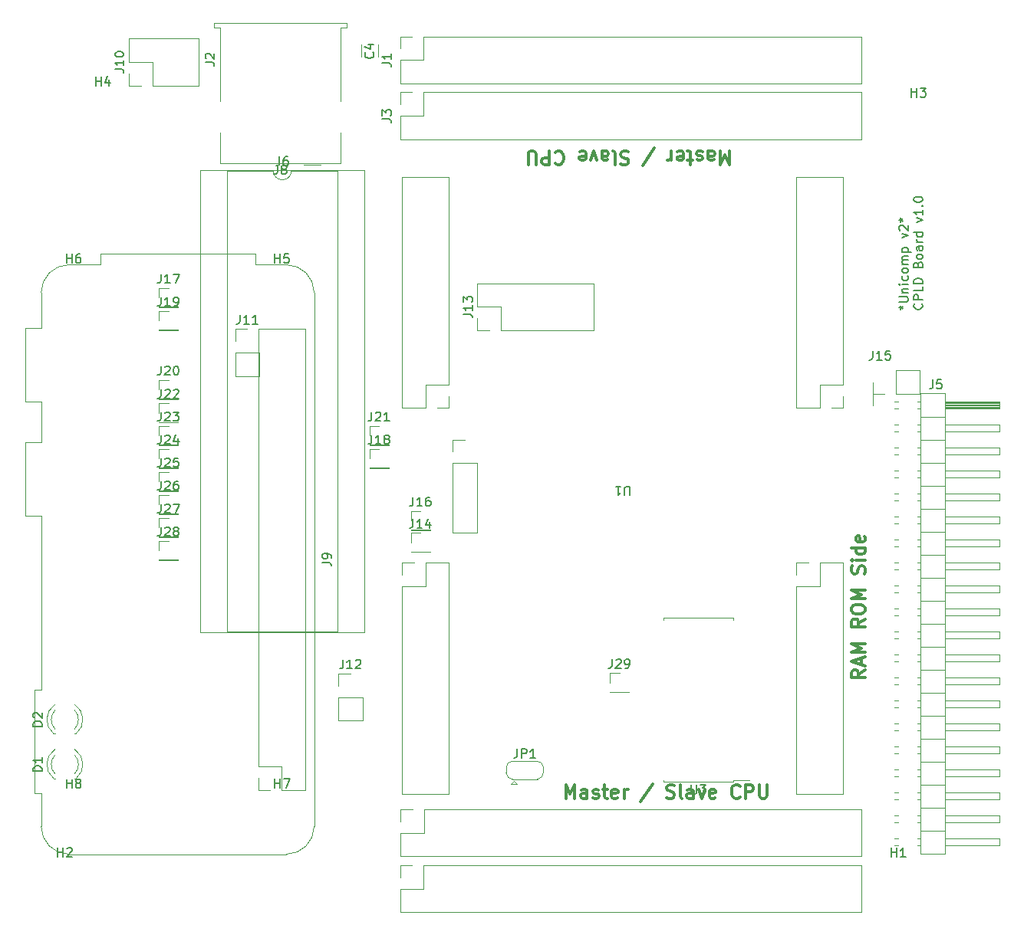
<source format=gbr>
%TF.GenerationSoftware,KiCad,Pcbnew,7.0.7-7.0.7~ubuntu20.04.1*%
%TF.CreationDate,2023-09-08T15:38:02+02:00*%
%TF.ProjectId,cpld_board_max2,63706c64-5f62-46f6-9172-645f6d617832,rev?*%
%TF.SameCoordinates,Original*%
%TF.FileFunction,Legend,Top*%
%TF.FilePolarity,Positive*%
%FSLAX46Y46*%
G04 Gerber Fmt 4.6, Leading zero omitted, Abs format (unit mm)*
G04 Created by KiCad (PCBNEW 7.0.7-7.0.7~ubuntu20.04.1) date 2023-09-08 15:38:02*
%MOMM*%
%LPD*%
G01*
G04 APERTURE LIST*
%ADD10C,0.300000*%
%ADD11C,0.150000*%
%ADD12C,0.120000*%
G04 APERTURE END LIST*
D10*
X177372489Y-54301171D02*
X177372489Y-55801171D01*
X177372489Y-55801171D02*
X176872489Y-54729742D01*
X176872489Y-54729742D02*
X176372489Y-55801171D01*
X176372489Y-55801171D02*
X176372489Y-54301171D01*
X175015346Y-54301171D02*
X175015346Y-55086885D01*
X175015346Y-55086885D02*
X175086774Y-55229742D01*
X175086774Y-55229742D02*
X175229631Y-55301171D01*
X175229631Y-55301171D02*
X175515346Y-55301171D01*
X175515346Y-55301171D02*
X175658203Y-55229742D01*
X175015346Y-54372600D02*
X175158203Y-54301171D01*
X175158203Y-54301171D02*
X175515346Y-54301171D01*
X175515346Y-54301171D02*
X175658203Y-54372600D01*
X175658203Y-54372600D02*
X175729631Y-54515457D01*
X175729631Y-54515457D02*
X175729631Y-54658314D01*
X175729631Y-54658314D02*
X175658203Y-54801171D01*
X175658203Y-54801171D02*
X175515346Y-54872600D01*
X175515346Y-54872600D02*
X175158203Y-54872600D01*
X175158203Y-54872600D02*
X175015346Y-54944028D01*
X174372488Y-54372600D02*
X174229631Y-54301171D01*
X174229631Y-54301171D02*
X173943917Y-54301171D01*
X173943917Y-54301171D02*
X173801060Y-54372600D01*
X173801060Y-54372600D02*
X173729631Y-54515457D01*
X173729631Y-54515457D02*
X173729631Y-54586885D01*
X173729631Y-54586885D02*
X173801060Y-54729742D01*
X173801060Y-54729742D02*
X173943917Y-54801171D01*
X173943917Y-54801171D02*
X174158203Y-54801171D01*
X174158203Y-54801171D02*
X174301060Y-54872600D01*
X174301060Y-54872600D02*
X174372488Y-55015457D01*
X174372488Y-55015457D02*
X174372488Y-55086885D01*
X174372488Y-55086885D02*
X174301060Y-55229742D01*
X174301060Y-55229742D02*
X174158203Y-55301171D01*
X174158203Y-55301171D02*
X173943917Y-55301171D01*
X173943917Y-55301171D02*
X173801060Y-55229742D01*
X173301059Y-55301171D02*
X172729631Y-55301171D01*
X173086774Y-55801171D02*
X173086774Y-54515457D01*
X173086774Y-54515457D02*
X173015345Y-54372600D01*
X173015345Y-54372600D02*
X172872488Y-54301171D01*
X172872488Y-54301171D02*
X172729631Y-54301171D01*
X171658202Y-54372600D02*
X171801059Y-54301171D01*
X171801059Y-54301171D02*
X172086774Y-54301171D01*
X172086774Y-54301171D02*
X172229631Y-54372600D01*
X172229631Y-54372600D02*
X172301059Y-54515457D01*
X172301059Y-54515457D02*
X172301059Y-55086885D01*
X172301059Y-55086885D02*
X172229631Y-55229742D01*
X172229631Y-55229742D02*
X172086774Y-55301171D01*
X172086774Y-55301171D02*
X171801059Y-55301171D01*
X171801059Y-55301171D02*
X171658202Y-55229742D01*
X171658202Y-55229742D02*
X171586774Y-55086885D01*
X171586774Y-55086885D02*
X171586774Y-54944028D01*
X171586774Y-54944028D02*
X172301059Y-54801171D01*
X170943917Y-54301171D02*
X170943917Y-55301171D01*
X170943917Y-55015457D02*
X170872488Y-55158314D01*
X170872488Y-55158314D02*
X170801060Y-55229742D01*
X170801060Y-55229742D02*
X170658202Y-55301171D01*
X170658202Y-55301171D02*
X170515345Y-55301171D01*
X167801060Y-55872600D02*
X169086774Y-53944028D01*
X166229631Y-54372600D02*
X166015346Y-54301171D01*
X166015346Y-54301171D02*
X165658203Y-54301171D01*
X165658203Y-54301171D02*
X165515346Y-54372600D01*
X165515346Y-54372600D02*
X165443917Y-54444028D01*
X165443917Y-54444028D02*
X165372488Y-54586885D01*
X165372488Y-54586885D02*
X165372488Y-54729742D01*
X165372488Y-54729742D02*
X165443917Y-54872600D01*
X165443917Y-54872600D02*
X165515346Y-54944028D01*
X165515346Y-54944028D02*
X165658203Y-55015457D01*
X165658203Y-55015457D02*
X165943917Y-55086885D01*
X165943917Y-55086885D02*
X166086774Y-55158314D01*
X166086774Y-55158314D02*
X166158203Y-55229742D01*
X166158203Y-55229742D02*
X166229631Y-55372600D01*
X166229631Y-55372600D02*
X166229631Y-55515457D01*
X166229631Y-55515457D02*
X166158203Y-55658314D01*
X166158203Y-55658314D02*
X166086774Y-55729742D01*
X166086774Y-55729742D02*
X165943917Y-55801171D01*
X165943917Y-55801171D02*
X165586774Y-55801171D01*
X165586774Y-55801171D02*
X165372488Y-55729742D01*
X164515346Y-54301171D02*
X164658203Y-54372600D01*
X164658203Y-54372600D02*
X164729632Y-54515457D01*
X164729632Y-54515457D02*
X164729632Y-55801171D01*
X163301061Y-54301171D02*
X163301061Y-55086885D01*
X163301061Y-55086885D02*
X163372489Y-55229742D01*
X163372489Y-55229742D02*
X163515346Y-55301171D01*
X163515346Y-55301171D02*
X163801061Y-55301171D01*
X163801061Y-55301171D02*
X163943918Y-55229742D01*
X163301061Y-54372600D02*
X163443918Y-54301171D01*
X163443918Y-54301171D02*
X163801061Y-54301171D01*
X163801061Y-54301171D02*
X163943918Y-54372600D01*
X163943918Y-54372600D02*
X164015346Y-54515457D01*
X164015346Y-54515457D02*
X164015346Y-54658314D01*
X164015346Y-54658314D02*
X163943918Y-54801171D01*
X163943918Y-54801171D02*
X163801061Y-54872600D01*
X163801061Y-54872600D02*
X163443918Y-54872600D01*
X163443918Y-54872600D02*
X163301061Y-54944028D01*
X162729632Y-55301171D02*
X162372489Y-54301171D01*
X162372489Y-54301171D02*
X162015346Y-55301171D01*
X160872489Y-54372600D02*
X161015346Y-54301171D01*
X161015346Y-54301171D02*
X161301061Y-54301171D01*
X161301061Y-54301171D02*
X161443918Y-54372600D01*
X161443918Y-54372600D02*
X161515346Y-54515457D01*
X161515346Y-54515457D02*
X161515346Y-55086885D01*
X161515346Y-55086885D02*
X161443918Y-55229742D01*
X161443918Y-55229742D02*
X161301061Y-55301171D01*
X161301061Y-55301171D02*
X161015346Y-55301171D01*
X161015346Y-55301171D02*
X160872489Y-55229742D01*
X160872489Y-55229742D02*
X160801061Y-55086885D01*
X160801061Y-55086885D02*
X160801061Y-54944028D01*
X160801061Y-54944028D02*
X161515346Y-54801171D01*
X158158204Y-54444028D02*
X158229632Y-54372600D01*
X158229632Y-54372600D02*
X158443918Y-54301171D01*
X158443918Y-54301171D02*
X158586775Y-54301171D01*
X158586775Y-54301171D02*
X158801061Y-54372600D01*
X158801061Y-54372600D02*
X158943918Y-54515457D01*
X158943918Y-54515457D02*
X159015347Y-54658314D01*
X159015347Y-54658314D02*
X159086775Y-54944028D01*
X159086775Y-54944028D02*
X159086775Y-55158314D01*
X159086775Y-55158314D02*
X159015347Y-55444028D01*
X159015347Y-55444028D02*
X158943918Y-55586885D01*
X158943918Y-55586885D02*
X158801061Y-55729742D01*
X158801061Y-55729742D02*
X158586775Y-55801171D01*
X158586775Y-55801171D02*
X158443918Y-55801171D01*
X158443918Y-55801171D02*
X158229632Y-55729742D01*
X158229632Y-55729742D02*
X158158204Y-55658314D01*
X157515347Y-54301171D02*
X157515347Y-55801171D01*
X157515347Y-55801171D02*
X156943918Y-55801171D01*
X156943918Y-55801171D02*
X156801061Y-55729742D01*
X156801061Y-55729742D02*
X156729632Y-55658314D01*
X156729632Y-55658314D02*
X156658204Y-55515457D01*
X156658204Y-55515457D02*
X156658204Y-55301171D01*
X156658204Y-55301171D02*
X156729632Y-55158314D01*
X156729632Y-55158314D02*
X156801061Y-55086885D01*
X156801061Y-55086885D02*
X156943918Y-55015457D01*
X156943918Y-55015457D02*
X157515347Y-55015457D01*
X156015347Y-55801171D02*
X156015347Y-54586885D01*
X156015347Y-54586885D02*
X155943918Y-54444028D01*
X155943918Y-54444028D02*
X155872490Y-54372600D01*
X155872490Y-54372600D02*
X155729632Y-54301171D01*
X155729632Y-54301171D02*
X155443918Y-54301171D01*
X155443918Y-54301171D02*
X155301061Y-54372600D01*
X155301061Y-54372600D02*
X155229632Y-54444028D01*
X155229632Y-54444028D02*
X155158204Y-54586885D01*
X155158204Y-54586885D02*
X155158204Y-55801171D01*
D11*
X196099819Y-71580363D02*
X196337914Y-71580363D01*
X196242676Y-71818458D02*
X196337914Y-71580363D01*
X196337914Y-71580363D02*
X196242676Y-71342268D01*
X196528390Y-71723220D02*
X196337914Y-71580363D01*
X196337914Y-71580363D02*
X196528390Y-71437506D01*
X196099819Y-70961315D02*
X196909342Y-70961315D01*
X196909342Y-70961315D02*
X197004580Y-70913696D01*
X197004580Y-70913696D02*
X197052200Y-70866077D01*
X197052200Y-70866077D02*
X197099819Y-70770839D01*
X197099819Y-70770839D02*
X197099819Y-70580363D01*
X197099819Y-70580363D02*
X197052200Y-70485125D01*
X197052200Y-70485125D02*
X197004580Y-70437506D01*
X197004580Y-70437506D02*
X196909342Y-70389887D01*
X196909342Y-70389887D02*
X196099819Y-70389887D01*
X196433152Y-69913696D02*
X197099819Y-69913696D01*
X196528390Y-69913696D02*
X196480771Y-69866077D01*
X196480771Y-69866077D02*
X196433152Y-69770839D01*
X196433152Y-69770839D02*
X196433152Y-69627982D01*
X196433152Y-69627982D02*
X196480771Y-69532744D01*
X196480771Y-69532744D02*
X196576009Y-69485125D01*
X196576009Y-69485125D02*
X197099819Y-69485125D01*
X197099819Y-69008934D02*
X196433152Y-69008934D01*
X196099819Y-69008934D02*
X196147438Y-69056553D01*
X196147438Y-69056553D02*
X196195057Y-69008934D01*
X196195057Y-69008934D02*
X196147438Y-68961315D01*
X196147438Y-68961315D02*
X196099819Y-69008934D01*
X196099819Y-69008934D02*
X196195057Y-69008934D01*
X197052200Y-68104173D02*
X197099819Y-68199411D01*
X197099819Y-68199411D02*
X197099819Y-68389887D01*
X197099819Y-68389887D02*
X197052200Y-68485125D01*
X197052200Y-68485125D02*
X197004580Y-68532744D01*
X197004580Y-68532744D02*
X196909342Y-68580363D01*
X196909342Y-68580363D02*
X196623628Y-68580363D01*
X196623628Y-68580363D02*
X196528390Y-68532744D01*
X196528390Y-68532744D02*
X196480771Y-68485125D01*
X196480771Y-68485125D02*
X196433152Y-68389887D01*
X196433152Y-68389887D02*
X196433152Y-68199411D01*
X196433152Y-68199411D02*
X196480771Y-68104173D01*
X197099819Y-67532744D02*
X197052200Y-67627982D01*
X197052200Y-67627982D02*
X197004580Y-67675601D01*
X197004580Y-67675601D02*
X196909342Y-67723220D01*
X196909342Y-67723220D02*
X196623628Y-67723220D01*
X196623628Y-67723220D02*
X196528390Y-67675601D01*
X196528390Y-67675601D02*
X196480771Y-67627982D01*
X196480771Y-67627982D02*
X196433152Y-67532744D01*
X196433152Y-67532744D02*
X196433152Y-67389887D01*
X196433152Y-67389887D02*
X196480771Y-67294649D01*
X196480771Y-67294649D02*
X196528390Y-67247030D01*
X196528390Y-67247030D02*
X196623628Y-67199411D01*
X196623628Y-67199411D02*
X196909342Y-67199411D01*
X196909342Y-67199411D02*
X197004580Y-67247030D01*
X197004580Y-67247030D02*
X197052200Y-67294649D01*
X197052200Y-67294649D02*
X197099819Y-67389887D01*
X197099819Y-67389887D02*
X197099819Y-67532744D01*
X197099819Y-66770839D02*
X196433152Y-66770839D01*
X196528390Y-66770839D02*
X196480771Y-66723220D01*
X196480771Y-66723220D02*
X196433152Y-66627982D01*
X196433152Y-66627982D02*
X196433152Y-66485125D01*
X196433152Y-66485125D02*
X196480771Y-66389887D01*
X196480771Y-66389887D02*
X196576009Y-66342268D01*
X196576009Y-66342268D02*
X197099819Y-66342268D01*
X196576009Y-66342268D02*
X196480771Y-66294649D01*
X196480771Y-66294649D02*
X196433152Y-66199411D01*
X196433152Y-66199411D02*
X196433152Y-66056554D01*
X196433152Y-66056554D02*
X196480771Y-65961315D01*
X196480771Y-65961315D02*
X196576009Y-65913696D01*
X196576009Y-65913696D02*
X197099819Y-65913696D01*
X196433152Y-65437506D02*
X197433152Y-65437506D01*
X196480771Y-65437506D02*
X196433152Y-65342268D01*
X196433152Y-65342268D02*
X196433152Y-65151792D01*
X196433152Y-65151792D02*
X196480771Y-65056554D01*
X196480771Y-65056554D02*
X196528390Y-65008935D01*
X196528390Y-65008935D02*
X196623628Y-64961316D01*
X196623628Y-64961316D02*
X196909342Y-64961316D01*
X196909342Y-64961316D02*
X197004580Y-65008935D01*
X197004580Y-65008935D02*
X197052200Y-65056554D01*
X197052200Y-65056554D02*
X197099819Y-65151792D01*
X197099819Y-65151792D02*
X197099819Y-65342268D01*
X197099819Y-65342268D02*
X197052200Y-65437506D01*
X196433152Y-63866077D02*
X197099819Y-63627982D01*
X197099819Y-63627982D02*
X196433152Y-63389887D01*
X196195057Y-63056553D02*
X196147438Y-63008934D01*
X196147438Y-63008934D02*
X196099819Y-62913696D01*
X196099819Y-62913696D02*
X196099819Y-62675601D01*
X196099819Y-62675601D02*
X196147438Y-62580363D01*
X196147438Y-62580363D02*
X196195057Y-62532744D01*
X196195057Y-62532744D02*
X196290295Y-62485125D01*
X196290295Y-62485125D02*
X196385533Y-62485125D01*
X196385533Y-62485125D02*
X196528390Y-62532744D01*
X196528390Y-62532744D02*
X197099819Y-63104172D01*
X197099819Y-63104172D02*
X197099819Y-62485125D01*
X196099819Y-61913696D02*
X196337914Y-61913696D01*
X196242676Y-62151791D02*
X196337914Y-61913696D01*
X196337914Y-61913696D02*
X196242676Y-61675601D01*
X196528390Y-62056553D02*
X196337914Y-61913696D01*
X196337914Y-61913696D02*
X196528390Y-61770839D01*
X198614580Y-71151792D02*
X198662200Y-71199411D01*
X198662200Y-71199411D02*
X198709819Y-71342268D01*
X198709819Y-71342268D02*
X198709819Y-71437506D01*
X198709819Y-71437506D02*
X198662200Y-71580363D01*
X198662200Y-71580363D02*
X198566961Y-71675601D01*
X198566961Y-71675601D02*
X198471723Y-71723220D01*
X198471723Y-71723220D02*
X198281247Y-71770839D01*
X198281247Y-71770839D02*
X198138390Y-71770839D01*
X198138390Y-71770839D02*
X197947914Y-71723220D01*
X197947914Y-71723220D02*
X197852676Y-71675601D01*
X197852676Y-71675601D02*
X197757438Y-71580363D01*
X197757438Y-71580363D02*
X197709819Y-71437506D01*
X197709819Y-71437506D02*
X197709819Y-71342268D01*
X197709819Y-71342268D02*
X197757438Y-71199411D01*
X197757438Y-71199411D02*
X197805057Y-71151792D01*
X198709819Y-70723220D02*
X197709819Y-70723220D01*
X197709819Y-70723220D02*
X197709819Y-70342268D01*
X197709819Y-70342268D02*
X197757438Y-70247030D01*
X197757438Y-70247030D02*
X197805057Y-70199411D01*
X197805057Y-70199411D02*
X197900295Y-70151792D01*
X197900295Y-70151792D02*
X198043152Y-70151792D01*
X198043152Y-70151792D02*
X198138390Y-70199411D01*
X198138390Y-70199411D02*
X198186009Y-70247030D01*
X198186009Y-70247030D02*
X198233628Y-70342268D01*
X198233628Y-70342268D02*
X198233628Y-70723220D01*
X198709819Y-69247030D02*
X198709819Y-69723220D01*
X198709819Y-69723220D02*
X197709819Y-69723220D01*
X198709819Y-68913696D02*
X197709819Y-68913696D01*
X197709819Y-68913696D02*
X197709819Y-68675601D01*
X197709819Y-68675601D02*
X197757438Y-68532744D01*
X197757438Y-68532744D02*
X197852676Y-68437506D01*
X197852676Y-68437506D02*
X197947914Y-68389887D01*
X197947914Y-68389887D02*
X198138390Y-68342268D01*
X198138390Y-68342268D02*
X198281247Y-68342268D01*
X198281247Y-68342268D02*
X198471723Y-68389887D01*
X198471723Y-68389887D02*
X198566961Y-68437506D01*
X198566961Y-68437506D02*
X198662200Y-68532744D01*
X198662200Y-68532744D02*
X198709819Y-68675601D01*
X198709819Y-68675601D02*
X198709819Y-68913696D01*
X198186009Y-66818458D02*
X198233628Y-66675601D01*
X198233628Y-66675601D02*
X198281247Y-66627982D01*
X198281247Y-66627982D02*
X198376485Y-66580363D01*
X198376485Y-66580363D02*
X198519342Y-66580363D01*
X198519342Y-66580363D02*
X198614580Y-66627982D01*
X198614580Y-66627982D02*
X198662200Y-66675601D01*
X198662200Y-66675601D02*
X198709819Y-66770839D01*
X198709819Y-66770839D02*
X198709819Y-67151791D01*
X198709819Y-67151791D02*
X197709819Y-67151791D01*
X197709819Y-67151791D02*
X197709819Y-66818458D01*
X197709819Y-66818458D02*
X197757438Y-66723220D01*
X197757438Y-66723220D02*
X197805057Y-66675601D01*
X197805057Y-66675601D02*
X197900295Y-66627982D01*
X197900295Y-66627982D02*
X197995533Y-66627982D01*
X197995533Y-66627982D02*
X198090771Y-66675601D01*
X198090771Y-66675601D02*
X198138390Y-66723220D01*
X198138390Y-66723220D02*
X198186009Y-66818458D01*
X198186009Y-66818458D02*
X198186009Y-67151791D01*
X198709819Y-66008934D02*
X198662200Y-66104172D01*
X198662200Y-66104172D02*
X198614580Y-66151791D01*
X198614580Y-66151791D02*
X198519342Y-66199410D01*
X198519342Y-66199410D02*
X198233628Y-66199410D01*
X198233628Y-66199410D02*
X198138390Y-66151791D01*
X198138390Y-66151791D02*
X198090771Y-66104172D01*
X198090771Y-66104172D02*
X198043152Y-66008934D01*
X198043152Y-66008934D02*
X198043152Y-65866077D01*
X198043152Y-65866077D02*
X198090771Y-65770839D01*
X198090771Y-65770839D02*
X198138390Y-65723220D01*
X198138390Y-65723220D02*
X198233628Y-65675601D01*
X198233628Y-65675601D02*
X198519342Y-65675601D01*
X198519342Y-65675601D02*
X198614580Y-65723220D01*
X198614580Y-65723220D02*
X198662200Y-65770839D01*
X198662200Y-65770839D02*
X198709819Y-65866077D01*
X198709819Y-65866077D02*
X198709819Y-66008934D01*
X198709819Y-64818458D02*
X198186009Y-64818458D01*
X198186009Y-64818458D02*
X198090771Y-64866077D01*
X198090771Y-64866077D02*
X198043152Y-64961315D01*
X198043152Y-64961315D02*
X198043152Y-65151791D01*
X198043152Y-65151791D02*
X198090771Y-65247029D01*
X198662200Y-64818458D02*
X198709819Y-64913696D01*
X198709819Y-64913696D02*
X198709819Y-65151791D01*
X198709819Y-65151791D02*
X198662200Y-65247029D01*
X198662200Y-65247029D02*
X198566961Y-65294648D01*
X198566961Y-65294648D02*
X198471723Y-65294648D01*
X198471723Y-65294648D02*
X198376485Y-65247029D01*
X198376485Y-65247029D02*
X198328866Y-65151791D01*
X198328866Y-65151791D02*
X198328866Y-64913696D01*
X198328866Y-64913696D02*
X198281247Y-64818458D01*
X198709819Y-64342267D02*
X198043152Y-64342267D01*
X198233628Y-64342267D02*
X198138390Y-64294648D01*
X198138390Y-64294648D02*
X198090771Y-64247029D01*
X198090771Y-64247029D02*
X198043152Y-64151791D01*
X198043152Y-64151791D02*
X198043152Y-64056553D01*
X198709819Y-63294648D02*
X197709819Y-63294648D01*
X198662200Y-63294648D02*
X198709819Y-63389886D01*
X198709819Y-63389886D02*
X198709819Y-63580362D01*
X198709819Y-63580362D02*
X198662200Y-63675600D01*
X198662200Y-63675600D02*
X198614580Y-63723219D01*
X198614580Y-63723219D02*
X198519342Y-63770838D01*
X198519342Y-63770838D02*
X198233628Y-63770838D01*
X198233628Y-63770838D02*
X198138390Y-63723219D01*
X198138390Y-63723219D02*
X198090771Y-63675600D01*
X198090771Y-63675600D02*
X198043152Y-63580362D01*
X198043152Y-63580362D02*
X198043152Y-63389886D01*
X198043152Y-63389886D02*
X198090771Y-63294648D01*
X198043152Y-62151790D02*
X198709819Y-61913695D01*
X198709819Y-61913695D02*
X198043152Y-61675600D01*
X198709819Y-60770838D02*
X198709819Y-61342266D01*
X198709819Y-61056552D02*
X197709819Y-61056552D01*
X197709819Y-61056552D02*
X197852676Y-61151790D01*
X197852676Y-61151790D02*
X197947914Y-61247028D01*
X197947914Y-61247028D02*
X197995533Y-61342266D01*
X198614580Y-60342266D02*
X198662200Y-60294647D01*
X198662200Y-60294647D02*
X198709819Y-60342266D01*
X198709819Y-60342266D02*
X198662200Y-60389885D01*
X198662200Y-60389885D02*
X198614580Y-60342266D01*
X198614580Y-60342266D02*
X198709819Y-60342266D01*
X197709819Y-59675600D02*
X197709819Y-59580362D01*
X197709819Y-59580362D02*
X197757438Y-59485124D01*
X197757438Y-59485124D02*
X197805057Y-59437505D01*
X197805057Y-59437505D02*
X197900295Y-59389886D01*
X197900295Y-59389886D02*
X198090771Y-59342267D01*
X198090771Y-59342267D02*
X198328866Y-59342267D01*
X198328866Y-59342267D02*
X198519342Y-59389886D01*
X198519342Y-59389886D02*
X198614580Y-59437505D01*
X198614580Y-59437505D02*
X198662200Y-59485124D01*
X198662200Y-59485124D02*
X198709819Y-59580362D01*
X198709819Y-59580362D02*
X198709819Y-59675600D01*
X198709819Y-59675600D02*
X198662200Y-59770838D01*
X198662200Y-59770838D02*
X198614580Y-59818457D01*
X198614580Y-59818457D02*
X198519342Y-59866076D01*
X198519342Y-59866076D02*
X198328866Y-59913695D01*
X198328866Y-59913695D02*
X198090771Y-59913695D01*
X198090771Y-59913695D02*
X197900295Y-59866076D01*
X197900295Y-59866076D02*
X197805057Y-59818457D01*
X197805057Y-59818457D02*
X197757438Y-59770838D01*
X197757438Y-59770838D02*
X197709819Y-59675600D01*
D10*
X192332828Y-111618346D02*
X191618542Y-112118346D01*
X192332828Y-112475489D02*
X190832828Y-112475489D01*
X190832828Y-112475489D02*
X190832828Y-111904060D01*
X190832828Y-111904060D02*
X190904257Y-111761203D01*
X190904257Y-111761203D02*
X190975685Y-111689774D01*
X190975685Y-111689774D02*
X191118542Y-111618346D01*
X191118542Y-111618346D02*
X191332828Y-111618346D01*
X191332828Y-111618346D02*
X191475685Y-111689774D01*
X191475685Y-111689774D02*
X191547114Y-111761203D01*
X191547114Y-111761203D02*
X191618542Y-111904060D01*
X191618542Y-111904060D02*
X191618542Y-112475489D01*
X191904257Y-111046917D02*
X191904257Y-110332632D01*
X192332828Y-111189774D02*
X190832828Y-110689774D01*
X190832828Y-110689774D02*
X192332828Y-110189774D01*
X192332828Y-109689775D02*
X190832828Y-109689775D01*
X190832828Y-109689775D02*
X191904257Y-109189775D01*
X191904257Y-109189775D02*
X190832828Y-108689775D01*
X190832828Y-108689775D02*
X192332828Y-108689775D01*
X192332828Y-105975489D02*
X191618542Y-106475489D01*
X192332828Y-106832632D02*
X190832828Y-106832632D01*
X190832828Y-106832632D02*
X190832828Y-106261203D01*
X190832828Y-106261203D02*
X190904257Y-106118346D01*
X190904257Y-106118346D02*
X190975685Y-106046917D01*
X190975685Y-106046917D02*
X191118542Y-105975489D01*
X191118542Y-105975489D02*
X191332828Y-105975489D01*
X191332828Y-105975489D02*
X191475685Y-106046917D01*
X191475685Y-106046917D02*
X191547114Y-106118346D01*
X191547114Y-106118346D02*
X191618542Y-106261203D01*
X191618542Y-106261203D02*
X191618542Y-106832632D01*
X190832828Y-105046917D02*
X190832828Y-104761203D01*
X190832828Y-104761203D02*
X190904257Y-104618346D01*
X190904257Y-104618346D02*
X191047114Y-104475489D01*
X191047114Y-104475489D02*
X191332828Y-104404060D01*
X191332828Y-104404060D02*
X191832828Y-104404060D01*
X191832828Y-104404060D02*
X192118542Y-104475489D01*
X192118542Y-104475489D02*
X192261400Y-104618346D01*
X192261400Y-104618346D02*
X192332828Y-104761203D01*
X192332828Y-104761203D02*
X192332828Y-105046917D01*
X192332828Y-105046917D02*
X192261400Y-105189775D01*
X192261400Y-105189775D02*
X192118542Y-105332632D01*
X192118542Y-105332632D02*
X191832828Y-105404060D01*
X191832828Y-105404060D02*
X191332828Y-105404060D01*
X191332828Y-105404060D02*
X191047114Y-105332632D01*
X191047114Y-105332632D02*
X190904257Y-105189775D01*
X190904257Y-105189775D02*
X190832828Y-105046917D01*
X192332828Y-103761203D02*
X190832828Y-103761203D01*
X190832828Y-103761203D02*
X191904257Y-103261203D01*
X191904257Y-103261203D02*
X190832828Y-102761203D01*
X190832828Y-102761203D02*
X192332828Y-102761203D01*
X192261400Y-100975488D02*
X192332828Y-100761203D01*
X192332828Y-100761203D02*
X192332828Y-100404060D01*
X192332828Y-100404060D02*
X192261400Y-100261203D01*
X192261400Y-100261203D02*
X192189971Y-100189774D01*
X192189971Y-100189774D02*
X192047114Y-100118345D01*
X192047114Y-100118345D02*
X191904257Y-100118345D01*
X191904257Y-100118345D02*
X191761400Y-100189774D01*
X191761400Y-100189774D02*
X191689971Y-100261203D01*
X191689971Y-100261203D02*
X191618542Y-100404060D01*
X191618542Y-100404060D02*
X191547114Y-100689774D01*
X191547114Y-100689774D02*
X191475685Y-100832631D01*
X191475685Y-100832631D02*
X191404257Y-100904060D01*
X191404257Y-100904060D02*
X191261400Y-100975488D01*
X191261400Y-100975488D02*
X191118542Y-100975488D01*
X191118542Y-100975488D02*
X190975685Y-100904060D01*
X190975685Y-100904060D02*
X190904257Y-100832631D01*
X190904257Y-100832631D02*
X190832828Y-100689774D01*
X190832828Y-100689774D02*
X190832828Y-100332631D01*
X190832828Y-100332631D02*
X190904257Y-100118345D01*
X192332828Y-99475489D02*
X191332828Y-99475489D01*
X190832828Y-99475489D02*
X190904257Y-99546917D01*
X190904257Y-99546917D02*
X190975685Y-99475489D01*
X190975685Y-99475489D02*
X190904257Y-99404060D01*
X190904257Y-99404060D02*
X190832828Y-99475489D01*
X190832828Y-99475489D02*
X190975685Y-99475489D01*
X192332828Y-98118346D02*
X190832828Y-98118346D01*
X192261400Y-98118346D02*
X192332828Y-98261203D01*
X192332828Y-98261203D02*
X192332828Y-98546917D01*
X192332828Y-98546917D02*
X192261400Y-98689774D01*
X192261400Y-98689774D02*
X192189971Y-98761203D01*
X192189971Y-98761203D02*
X192047114Y-98832631D01*
X192047114Y-98832631D02*
X191618542Y-98832631D01*
X191618542Y-98832631D02*
X191475685Y-98761203D01*
X191475685Y-98761203D02*
X191404257Y-98689774D01*
X191404257Y-98689774D02*
X191332828Y-98546917D01*
X191332828Y-98546917D02*
X191332828Y-98261203D01*
X191332828Y-98261203D02*
X191404257Y-98118346D01*
X192261400Y-96832631D02*
X192332828Y-96975488D01*
X192332828Y-96975488D02*
X192332828Y-97261203D01*
X192332828Y-97261203D02*
X192261400Y-97404060D01*
X192261400Y-97404060D02*
X192118542Y-97475488D01*
X192118542Y-97475488D02*
X191547114Y-97475488D01*
X191547114Y-97475488D02*
X191404257Y-97404060D01*
X191404257Y-97404060D02*
X191332828Y-97261203D01*
X191332828Y-97261203D02*
X191332828Y-96975488D01*
X191332828Y-96975488D02*
X191404257Y-96832631D01*
X191404257Y-96832631D02*
X191547114Y-96761203D01*
X191547114Y-96761203D02*
X191689971Y-96761203D01*
X191689971Y-96761203D02*
X191832828Y-97475488D01*
X159304510Y-125784828D02*
X159304510Y-124284828D01*
X159304510Y-124284828D02*
X159804510Y-125356257D01*
X159804510Y-125356257D02*
X160304510Y-124284828D01*
X160304510Y-124284828D02*
X160304510Y-125784828D01*
X161661654Y-125784828D02*
X161661654Y-124999114D01*
X161661654Y-124999114D02*
X161590225Y-124856257D01*
X161590225Y-124856257D02*
X161447368Y-124784828D01*
X161447368Y-124784828D02*
X161161654Y-124784828D01*
X161161654Y-124784828D02*
X161018796Y-124856257D01*
X161661654Y-125713400D02*
X161518796Y-125784828D01*
X161518796Y-125784828D02*
X161161654Y-125784828D01*
X161161654Y-125784828D02*
X161018796Y-125713400D01*
X161018796Y-125713400D02*
X160947368Y-125570542D01*
X160947368Y-125570542D02*
X160947368Y-125427685D01*
X160947368Y-125427685D02*
X161018796Y-125284828D01*
X161018796Y-125284828D02*
X161161654Y-125213400D01*
X161161654Y-125213400D02*
X161518796Y-125213400D01*
X161518796Y-125213400D02*
X161661654Y-125141971D01*
X162304511Y-125713400D02*
X162447368Y-125784828D01*
X162447368Y-125784828D02*
X162733082Y-125784828D01*
X162733082Y-125784828D02*
X162875939Y-125713400D01*
X162875939Y-125713400D02*
X162947368Y-125570542D01*
X162947368Y-125570542D02*
X162947368Y-125499114D01*
X162947368Y-125499114D02*
X162875939Y-125356257D01*
X162875939Y-125356257D02*
X162733082Y-125284828D01*
X162733082Y-125284828D02*
X162518797Y-125284828D01*
X162518797Y-125284828D02*
X162375939Y-125213400D01*
X162375939Y-125213400D02*
X162304511Y-125070542D01*
X162304511Y-125070542D02*
X162304511Y-124999114D01*
X162304511Y-124999114D02*
X162375939Y-124856257D01*
X162375939Y-124856257D02*
X162518797Y-124784828D01*
X162518797Y-124784828D02*
X162733082Y-124784828D01*
X162733082Y-124784828D02*
X162875939Y-124856257D01*
X163375940Y-124784828D02*
X163947368Y-124784828D01*
X163590225Y-124284828D02*
X163590225Y-125570542D01*
X163590225Y-125570542D02*
X163661654Y-125713400D01*
X163661654Y-125713400D02*
X163804511Y-125784828D01*
X163804511Y-125784828D02*
X163947368Y-125784828D01*
X165018797Y-125713400D02*
X164875940Y-125784828D01*
X164875940Y-125784828D02*
X164590226Y-125784828D01*
X164590226Y-125784828D02*
X164447368Y-125713400D01*
X164447368Y-125713400D02*
X164375940Y-125570542D01*
X164375940Y-125570542D02*
X164375940Y-124999114D01*
X164375940Y-124999114D02*
X164447368Y-124856257D01*
X164447368Y-124856257D02*
X164590226Y-124784828D01*
X164590226Y-124784828D02*
X164875940Y-124784828D01*
X164875940Y-124784828D02*
X165018797Y-124856257D01*
X165018797Y-124856257D02*
X165090226Y-124999114D01*
X165090226Y-124999114D02*
X165090226Y-125141971D01*
X165090226Y-125141971D02*
X164375940Y-125284828D01*
X165733082Y-125784828D02*
X165733082Y-124784828D01*
X165733082Y-125070542D02*
X165804511Y-124927685D01*
X165804511Y-124927685D02*
X165875940Y-124856257D01*
X165875940Y-124856257D02*
X166018797Y-124784828D01*
X166018797Y-124784828D02*
X166161654Y-124784828D01*
X168875939Y-124213400D02*
X167590225Y-126141971D01*
X170447368Y-125713400D02*
X170661654Y-125784828D01*
X170661654Y-125784828D02*
X171018796Y-125784828D01*
X171018796Y-125784828D02*
X171161654Y-125713400D01*
X171161654Y-125713400D02*
X171233082Y-125641971D01*
X171233082Y-125641971D02*
X171304511Y-125499114D01*
X171304511Y-125499114D02*
X171304511Y-125356257D01*
X171304511Y-125356257D02*
X171233082Y-125213400D01*
X171233082Y-125213400D02*
X171161654Y-125141971D01*
X171161654Y-125141971D02*
X171018796Y-125070542D01*
X171018796Y-125070542D02*
X170733082Y-124999114D01*
X170733082Y-124999114D02*
X170590225Y-124927685D01*
X170590225Y-124927685D02*
X170518796Y-124856257D01*
X170518796Y-124856257D02*
X170447368Y-124713400D01*
X170447368Y-124713400D02*
X170447368Y-124570542D01*
X170447368Y-124570542D02*
X170518796Y-124427685D01*
X170518796Y-124427685D02*
X170590225Y-124356257D01*
X170590225Y-124356257D02*
X170733082Y-124284828D01*
X170733082Y-124284828D02*
X171090225Y-124284828D01*
X171090225Y-124284828D02*
X171304511Y-124356257D01*
X172161653Y-125784828D02*
X172018796Y-125713400D01*
X172018796Y-125713400D02*
X171947367Y-125570542D01*
X171947367Y-125570542D02*
X171947367Y-124284828D01*
X173375939Y-125784828D02*
X173375939Y-124999114D01*
X173375939Y-124999114D02*
X173304510Y-124856257D01*
X173304510Y-124856257D02*
X173161653Y-124784828D01*
X173161653Y-124784828D02*
X172875939Y-124784828D01*
X172875939Y-124784828D02*
X172733081Y-124856257D01*
X173375939Y-125713400D02*
X173233081Y-125784828D01*
X173233081Y-125784828D02*
X172875939Y-125784828D01*
X172875939Y-125784828D02*
X172733081Y-125713400D01*
X172733081Y-125713400D02*
X172661653Y-125570542D01*
X172661653Y-125570542D02*
X172661653Y-125427685D01*
X172661653Y-125427685D02*
X172733081Y-125284828D01*
X172733081Y-125284828D02*
X172875939Y-125213400D01*
X172875939Y-125213400D02*
X173233081Y-125213400D01*
X173233081Y-125213400D02*
X173375939Y-125141971D01*
X173947367Y-124784828D02*
X174304510Y-125784828D01*
X174304510Y-125784828D02*
X174661653Y-124784828D01*
X175804510Y-125713400D02*
X175661653Y-125784828D01*
X175661653Y-125784828D02*
X175375939Y-125784828D01*
X175375939Y-125784828D02*
X175233081Y-125713400D01*
X175233081Y-125713400D02*
X175161653Y-125570542D01*
X175161653Y-125570542D02*
X175161653Y-124999114D01*
X175161653Y-124999114D02*
X175233081Y-124856257D01*
X175233081Y-124856257D02*
X175375939Y-124784828D01*
X175375939Y-124784828D02*
X175661653Y-124784828D01*
X175661653Y-124784828D02*
X175804510Y-124856257D01*
X175804510Y-124856257D02*
X175875939Y-124999114D01*
X175875939Y-124999114D02*
X175875939Y-125141971D01*
X175875939Y-125141971D02*
X175161653Y-125284828D01*
X178518795Y-125641971D02*
X178447367Y-125713400D01*
X178447367Y-125713400D02*
X178233081Y-125784828D01*
X178233081Y-125784828D02*
X178090224Y-125784828D01*
X178090224Y-125784828D02*
X177875938Y-125713400D01*
X177875938Y-125713400D02*
X177733081Y-125570542D01*
X177733081Y-125570542D02*
X177661652Y-125427685D01*
X177661652Y-125427685D02*
X177590224Y-125141971D01*
X177590224Y-125141971D02*
X177590224Y-124927685D01*
X177590224Y-124927685D02*
X177661652Y-124641971D01*
X177661652Y-124641971D02*
X177733081Y-124499114D01*
X177733081Y-124499114D02*
X177875938Y-124356257D01*
X177875938Y-124356257D02*
X178090224Y-124284828D01*
X178090224Y-124284828D02*
X178233081Y-124284828D01*
X178233081Y-124284828D02*
X178447367Y-124356257D01*
X178447367Y-124356257D02*
X178518795Y-124427685D01*
X179161652Y-125784828D02*
X179161652Y-124284828D01*
X179161652Y-124284828D02*
X179733081Y-124284828D01*
X179733081Y-124284828D02*
X179875938Y-124356257D01*
X179875938Y-124356257D02*
X179947367Y-124427685D01*
X179947367Y-124427685D02*
X180018795Y-124570542D01*
X180018795Y-124570542D02*
X180018795Y-124784828D01*
X180018795Y-124784828D02*
X179947367Y-124927685D01*
X179947367Y-124927685D02*
X179875938Y-124999114D01*
X179875938Y-124999114D02*
X179733081Y-125070542D01*
X179733081Y-125070542D02*
X179161652Y-125070542D01*
X180661652Y-124284828D02*
X180661652Y-125499114D01*
X180661652Y-125499114D02*
X180733081Y-125641971D01*
X180733081Y-125641971D02*
X180804510Y-125713400D01*
X180804510Y-125713400D02*
X180947367Y-125784828D01*
X180947367Y-125784828D02*
X181233081Y-125784828D01*
X181233081Y-125784828D02*
X181375938Y-125713400D01*
X181375938Y-125713400D02*
X181447367Y-125641971D01*
X181447367Y-125641971D02*
X181518795Y-125499114D01*
X181518795Y-125499114D02*
X181518795Y-124284828D01*
D11*
X139044819Y-44560333D02*
X139759104Y-44560333D01*
X139759104Y-44560333D02*
X139901961Y-44607952D01*
X139901961Y-44607952D02*
X139997200Y-44703190D01*
X139997200Y-44703190D02*
X140044819Y-44846047D01*
X140044819Y-44846047D02*
X140044819Y-44941285D01*
X140044819Y-43560333D02*
X140044819Y-44131761D01*
X140044819Y-43846047D02*
X139044819Y-43846047D01*
X139044819Y-43846047D02*
X139187676Y-43941285D01*
X139187676Y-43941285D02*
X139282914Y-44036523D01*
X139282914Y-44036523D02*
X139330533Y-44131761D01*
X127484666Y-55857819D02*
X127484666Y-56572104D01*
X127484666Y-56572104D02*
X127437047Y-56714961D01*
X127437047Y-56714961D02*
X127341809Y-56810200D01*
X127341809Y-56810200D02*
X127198952Y-56857819D01*
X127198952Y-56857819D02*
X127103714Y-56857819D01*
X128103714Y-56286390D02*
X128008476Y-56238771D01*
X128008476Y-56238771D02*
X127960857Y-56191152D01*
X127960857Y-56191152D02*
X127913238Y-56095914D01*
X127913238Y-56095914D02*
X127913238Y-56048295D01*
X127913238Y-56048295D02*
X127960857Y-55953057D01*
X127960857Y-55953057D02*
X128008476Y-55905438D01*
X128008476Y-55905438D02*
X128103714Y-55857819D01*
X128103714Y-55857819D02*
X128294190Y-55857819D01*
X128294190Y-55857819D02*
X128389428Y-55905438D01*
X128389428Y-55905438D02*
X128437047Y-55953057D01*
X128437047Y-55953057D02*
X128484666Y-56048295D01*
X128484666Y-56048295D02*
X128484666Y-56095914D01*
X128484666Y-56095914D02*
X128437047Y-56191152D01*
X128437047Y-56191152D02*
X128389428Y-56238771D01*
X128389428Y-56238771D02*
X128294190Y-56286390D01*
X128294190Y-56286390D02*
X128103714Y-56286390D01*
X128103714Y-56286390D02*
X128008476Y-56334009D01*
X128008476Y-56334009D02*
X127960857Y-56381628D01*
X127960857Y-56381628D02*
X127913238Y-56476866D01*
X127913238Y-56476866D02*
X127913238Y-56667342D01*
X127913238Y-56667342D02*
X127960857Y-56762580D01*
X127960857Y-56762580D02*
X128008476Y-56810200D01*
X128008476Y-56810200D02*
X128103714Y-56857819D01*
X128103714Y-56857819D02*
X128294190Y-56857819D01*
X128294190Y-56857819D02*
X128389428Y-56810200D01*
X128389428Y-56810200D02*
X128437047Y-56762580D01*
X128437047Y-56762580D02*
X128484666Y-56667342D01*
X128484666Y-56667342D02*
X128484666Y-56476866D01*
X128484666Y-56476866D02*
X128437047Y-56381628D01*
X128437047Y-56381628D02*
X128389428Y-56334009D01*
X128389428Y-56334009D02*
X128294190Y-56286390D01*
X114633476Y-67879819D02*
X114633476Y-68594104D01*
X114633476Y-68594104D02*
X114585857Y-68736961D01*
X114585857Y-68736961D02*
X114490619Y-68832200D01*
X114490619Y-68832200D02*
X114347762Y-68879819D01*
X114347762Y-68879819D02*
X114252524Y-68879819D01*
X115633476Y-68879819D02*
X115062048Y-68879819D01*
X115347762Y-68879819D02*
X115347762Y-67879819D01*
X115347762Y-67879819D02*
X115252524Y-68022676D01*
X115252524Y-68022676D02*
X115157286Y-68117914D01*
X115157286Y-68117914D02*
X115062048Y-68165533D01*
X115966810Y-67879819D02*
X116633476Y-67879819D01*
X116633476Y-67879819D02*
X116204905Y-68879819D01*
X114633476Y-90739819D02*
X114633476Y-91454104D01*
X114633476Y-91454104D02*
X114585857Y-91596961D01*
X114585857Y-91596961D02*
X114490619Y-91692200D01*
X114490619Y-91692200D02*
X114347762Y-91739819D01*
X114347762Y-91739819D02*
X114252524Y-91739819D01*
X115062048Y-90835057D02*
X115109667Y-90787438D01*
X115109667Y-90787438D02*
X115204905Y-90739819D01*
X115204905Y-90739819D02*
X115443000Y-90739819D01*
X115443000Y-90739819D02*
X115538238Y-90787438D01*
X115538238Y-90787438D02*
X115585857Y-90835057D01*
X115585857Y-90835057D02*
X115633476Y-90930295D01*
X115633476Y-90930295D02*
X115633476Y-91025533D01*
X115633476Y-91025533D02*
X115585857Y-91168390D01*
X115585857Y-91168390D02*
X115014429Y-91739819D01*
X115014429Y-91739819D02*
X115633476Y-91739819D01*
X116490619Y-90739819D02*
X116300143Y-90739819D01*
X116300143Y-90739819D02*
X116204905Y-90787438D01*
X116204905Y-90787438D02*
X116157286Y-90835057D01*
X116157286Y-90835057D02*
X116062048Y-90977914D01*
X116062048Y-90977914D02*
X116014429Y-91168390D01*
X116014429Y-91168390D02*
X116014429Y-91549342D01*
X116014429Y-91549342D02*
X116062048Y-91644580D01*
X116062048Y-91644580D02*
X116109667Y-91692200D01*
X116109667Y-91692200D02*
X116204905Y-91739819D01*
X116204905Y-91739819D02*
X116395381Y-91739819D01*
X116395381Y-91739819D02*
X116490619Y-91692200D01*
X116490619Y-91692200D02*
X116538238Y-91644580D01*
X116538238Y-91644580D02*
X116585857Y-91549342D01*
X116585857Y-91549342D02*
X116585857Y-91311247D01*
X116585857Y-91311247D02*
X116538238Y-91216009D01*
X116538238Y-91216009D02*
X116490619Y-91168390D01*
X116490619Y-91168390D02*
X116395381Y-91120771D01*
X116395381Y-91120771D02*
X116204905Y-91120771D01*
X116204905Y-91120771D02*
X116109667Y-91168390D01*
X116109667Y-91168390D02*
X116062048Y-91216009D01*
X116062048Y-91216009D02*
X116014429Y-91311247D01*
X104204786Y-124664732D02*
X104204786Y-123664732D01*
X104204786Y-124140922D02*
X104776214Y-124140922D01*
X104776214Y-124664732D02*
X104776214Y-123664732D01*
X105395262Y-124093303D02*
X105300024Y-124045684D01*
X105300024Y-124045684D02*
X105252405Y-123998065D01*
X105252405Y-123998065D02*
X105204786Y-123902827D01*
X105204786Y-123902827D02*
X105204786Y-123855208D01*
X105204786Y-123855208D02*
X105252405Y-123759970D01*
X105252405Y-123759970D02*
X105300024Y-123712351D01*
X105300024Y-123712351D02*
X105395262Y-123664732D01*
X105395262Y-123664732D02*
X105585738Y-123664732D01*
X105585738Y-123664732D02*
X105680976Y-123712351D01*
X105680976Y-123712351D02*
X105728595Y-123759970D01*
X105728595Y-123759970D02*
X105776214Y-123855208D01*
X105776214Y-123855208D02*
X105776214Y-123902827D01*
X105776214Y-123902827D02*
X105728595Y-123998065D01*
X105728595Y-123998065D02*
X105680976Y-124045684D01*
X105680976Y-124045684D02*
X105585738Y-124093303D01*
X105585738Y-124093303D02*
X105395262Y-124093303D01*
X105395262Y-124093303D02*
X105300024Y-124140922D01*
X105300024Y-124140922D02*
X105252405Y-124188541D01*
X105252405Y-124188541D02*
X105204786Y-124283779D01*
X105204786Y-124283779D02*
X105204786Y-124474255D01*
X105204786Y-124474255D02*
X105252405Y-124569493D01*
X105252405Y-124569493D02*
X105300024Y-124617113D01*
X105300024Y-124617113D02*
X105395262Y-124664732D01*
X105395262Y-124664732D02*
X105585738Y-124664732D01*
X105585738Y-124664732D02*
X105680976Y-124617113D01*
X105680976Y-124617113D02*
X105728595Y-124569493D01*
X105728595Y-124569493D02*
X105776214Y-124474255D01*
X105776214Y-124474255D02*
X105776214Y-124283779D01*
X105776214Y-124283779D02*
X105728595Y-124188541D01*
X105728595Y-124188541D02*
X105680976Y-124140922D01*
X105680976Y-124140922D02*
X105585738Y-124093303D01*
X148000819Y-72310523D02*
X148715104Y-72310523D01*
X148715104Y-72310523D02*
X148857961Y-72358142D01*
X148857961Y-72358142D02*
X148953200Y-72453380D01*
X148953200Y-72453380D02*
X149000819Y-72596237D01*
X149000819Y-72596237D02*
X149000819Y-72691475D01*
X149000819Y-71310523D02*
X149000819Y-71881951D01*
X149000819Y-71596237D02*
X148000819Y-71596237D01*
X148000819Y-71596237D02*
X148143676Y-71691475D01*
X148143676Y-71691475D02*
X148238914Y-71786713D01*
X148238914Y-71786713D02*
X148286533Y-71881951D01*
X148000819Y-70977189D02*
X148000819Y-70358142D01*
X148000819Y-70358142D02*
X148381771Y-70691475D01*
X148381771Y-70691475D02*
X148381771Y-70548618D01*
X148381771Y-70548618D02*
X148429390Y-70453380D01*
X148429390Y-70453380D02*
X148477009Y-70405761D01*
X148477009Y-70405761D02*
X148572247Y-70358142D01*
X148572247Y-70358142D02*
X148810342Y-70358142D01*
X148810342Y-70358142D02*
X148905580Y-70405761D01*
X148905580Y-70405761D02*
X148953200Y-70453380D01*
X148953200Y-70453380D02*
X149000819Y-70548618D01*
X149000819Y-70548618D02*
X149000819Y-70834332D01*
X149000819Y-70834332D02*
X148953200Y-70929570D01*
X148953200Y-70929570D02*
X148905580Y-70977189D01*
X123343645Y-72400467D02*
X123343645Y-73114752D01*
X123343645Y-73114752D02*
X123296026Y-73257609D01*
X123296026Y-73257609D02*
X123200788Y-73352848D01*
X123200788Y-73352848D02*
X123057931Y-73400467D01*
X123057931Y-73400467D02*
X122962693Y-73400467D01*
X124343645Y-73400467D02*
X123772217Y-73400467D01*
X124057931Y-73400467D02*
X124057931Y-72400467D01*
X124057931Y-72400467D02*
X123962693Y-72543324D01*
X123962693Y-72543324D02*
X123867455Y-72638562D01*
X123867455Y-72638562D02*
X123772217Y-72686181D01*
X125296026Y-73400467D02*
X124724598Y-73400467D01*
X125010312Y-73400467D02*
X125010312Y-72400467D01*
X125010312Y-72400467D02*
X124915074Y-72543324D01*
X124915074Y-72543324D02*
X124819836Y-72638562D01*
X124819836Y-72638562D02*
X124724598Y-72686181D01*
X137874476Y-85659819D02*
X137874476Y-86374104D01*
X137874476Y-86374104D02*
X137826857Y-86516961D01*
X137826857Y-86516961D02*
X137731619Y-86612200D01*
X137731619Y-86612200D02*
X137588762Y-86659819D01*
X137588762Y-86659819D02*
X137493524Y-86659819D01*
X138874476Y-86659819D02*
X138303048Y-86659819D01*
X138588762Y-86659819D02*
X138588762Y-85659819D01*
X138588762Y-85659819D02*
X138493524Y-85802676D01*
X138493524Y-85802676D02*
X138398286Y-85897914D01*
X138398286Y-85897914D02*
X138303048Y-85945533D01*
X139445905Y-86088390D02*
X139350667Y-86040771D01*
X139350667Y-86040771D02*
X139303048Y-85993152D01*
X139303048Y-85993152D02*
X139255429Y-85897914D01*
X139255429Y-85897914D02*
X139255429Y-85850295D01*
X139255429Y-85850295D02*
X139303048Y-85755057D01*
X139303048Y-85755057D02*
X139350667Y-85707438D01*
X139350667Y-85707438D02*
X139445905Y-85659819D01*
X139445905Y-85659819D02*
X139636381Y-85659819D01*
X139636381Y-85659819D02*
X139731619Y-85707438D01*
X139731619Y-85707438D02*
X139779238Y-85755057D01*
X139779238Y-85755057D02*
X139826857Y-85850295D01*
X139826857Y-85850295D02*
X139826857Y-85897914D01*
X139826857Y-85897914D02*
X139779238Y-85993152D01*
X139779238Y-85993152D02*
X139731619Y-86040771D01*
X139731619Y-86040771D02*
X139636381Y-86088390D01*
X139636381Y-86088390D02*
X139445905Y-86088390D01*
X139445905Y-86088390D02*
X139350667Y-86136009D01*
X139350667Y-86136009D02*
X139303048Y-86183628D01*
X139303048Y-86183628D02*
X139255429Y-86278866D01*
X139255429Y-86278866D02*
X139255429Y-86469342D01*
X139255429Y-86469342D02*
X139303048Y-86564580D01*
X139303048Y-86564580D02*
X139350667Y-86612200D01*
X139350667Y-86612200D02*
X139445905Y-86659819D01*
X139445905Y-86659819D02*
X139636381Y-86659819D01*
X139636381Y-86659819D02*
X139731619Y-86612200D01*
X139731619Y-86612200D02*
X139779238Y-86564580D01*
X139779238Y-86564580D02*
X139826857Y-86469342D01*
X139826857Y-86469342D02*
X139826857Y-86278866D01*
X139826857Y-86278866D02*
X139779238Y-86183628D01*
X139779238Y-86183628D02*
X139731619Y-86136009D01*
X139731619Y-86136009D02*
X139636381Y-86088390D01*
X114633476Y-83119819D02*
X114633476Y-83834104D01*
X114633476Y-83834104D02*
X114585857Y-83976961D01*
X114585857Y-83976961D02*
X114490619Y-84072200D01*
X114490619Y-84072200D02*
X114347762Y-84119819D01*
X114347762Y-84119819D02*
X114252524Y-84119819D01*
X115062048Y-83215057D02*
X115109667Y-83167438D01*
X115109667Y-83167438D02*
X115204905Y-83119819D01*
X115204905Y-83119819D02*
X115443000Y-83119819D01*
X115443000Y-83119819D02*
X115538238Y-83167438D01*
X115538238Y-83167438D02*
X115585857Y-83215057D01*
X115585857Y-83215057D02*
X115633476Y-83310295D01*
X115633476Y-83310295D02*
X115633476Y-83405533D01*
X115633476Y-83405533D02*
X115585857Y-83548390D01*
X115585857Y-83548390D02*
X115014429Y-84119819D01*
X115014429Y-84119819D02*
X115633476Y-84119819D01*
X115966810Y-83119819D02*
X116585857Y-83119819D01*
X116585857Y-83119819D02*
X116252524Y-83500771D01*
X116252524Y-83500771D02*
X116395381Y-83500771D01*
X116395381Y-83500771D02*
X116490619Y-83548390D01*
X116490619Y-83548390D02*
X116538238Y-83596009D01*
X116538238Y-83596009D02*
X116585857Y-83691247D01*
X116585857Y-83691247D02*
X116585857Y-83929342D01*
X116585857Y-83929342D02*
X116538238Y-84024580D01*
X116538238Y-84024580D02*
X116490619Y-84072200D01*
X116490619Y-84072200D02*
X116395381Y-84119819D01*
X116395381Y-84119819D02*
X116109667Y-84119819D01*
X116109667Y-84119819D02*
X116014429Y-84072200D01*
X116014429Y-84072200D02*
X115966810Y-84024580D01*
X153949666Y-120336819D02*
X153949666Y-121051104D01*
X153949666Y-121051104D02*
X153902047Y-121193961D01*
X153902047Y-121193961D02*
X153806809Y-121289200D01*
X153806809Y-121289200D02*
X153663952Y-121336819D01*
X153663952Y-121336819D02*
X153568714Y-121336819D01*
X154425857Y-121336819D02*
X154425857Y-120336819D01*
X154425857Y-120336819D02*
X154806809Y-120336819D01*
X154806809Y-120336819D02*
X154902047Y-120384438D01*
X154902047Y-120384438D02*
X154949666Y-120432057D01*
X154949666Y-120432057D02*
X154997285Y-120527295D01*
X154997285Y-120527295D02*
X154997285Y-120670152D01*
X154997285Y-120670152D02*
X154949666Y-120765390D01*
X154949666Y-120765390D02*
X154902047Y-120813009D01*
X154902047Y-120813009D02*
X154806809Y-120860628D01*
X154806809Y-120860628D02*
X154425857Y-120860628D01*
X155949666Y-121336819D02*
X155378238Y-121336819D01*
X155663952Y-121336819D02*
X155663952Y-120336819D01*
X155663952Y-120336819D02*
X155568714Y-120479676D01*
X155568714Y-120479676D02*
X155473476Y-120574914D01*
X155473476Y-120574914D02*
X155378238Y-120622533D01*
X142446476Y-92517819D02*
X142446476Y-93232104D01*
X142446476Y-93232104D02*
X142398857Y-93374961D01*
X142398857Y-93374961D02*
X142303619Y-93470200D01*
X142303619Y-93470200D02*
X142160762Y-93517819D01*
X142160762Y-93517819D02*
X142065524Y-93517819D01*
X143446476Y-93517819D02*
X142875048Y-93517819D01*
X143160762Y-93517819D02*
X143160762Y-92517819D01*
X143160762Y-92517819D02*
X143065524Y-92660676D01*
X143065524Y-92660676D02*
X142970286Y-92755914D01*
X142970286Y-92755914D02*
X142875048Y-92803533D01*
X144303619Y-92517819D02*
X144113143Y-92517819D01*
X144113143Y-92517819D02*
X144017905Y-92565438D01*
X144017905Y-92565438D02*
X143970286Y-92613057D01*
X143970286Y-92613057D02*
X143875048Y-92755914D01*
X143875048Y-92755914D02*
X143827429Y-92946390D01*
X143827429Y-92946390D02*
X143827429Y-93327342D01*
X143827429Y-93327342D02*
X143875048Y-93422580D01*
X143875048Y-93422580D02*
X143922667Y-93470200D01*
X143922667Y-93470200D02*
X144017905Y-93517819D01*
X144017905Y-93517819D02*
X144208381Y-93517819D01*
X144208381Y-93517819D02*
X144303619Y-93470200D01*
X144303619Y-93470200D02*
X144351238Y-93422580D01*
X144351238Y-93422580D02*
X144398857Y-93327342D01*
X144398857Y-93327342D02*
X144398857Y-93089247D01*
X144398857Y-93089247D02*
X144351238Y-92994009D01*
X144351238Y-92994009D02*
X144303619Y-92946390D01*
X144303619Y-92946390D02*
X144208381Y-92898771D01*
X144208381Y-92898771D02*
X144017905Y-92898771D01*
X144017905Y-92898771D02*
X143922667Y-92946390D01*
X143922667Y-92946390D02*
X143875048Y-92994009D01*
X143875048Y-92994009D02*
X143827429Y-93089247D01*
X164417476Y-110424819D02*
X164417476Y-111139104D01*
X164417476Y-111139104D02*
X164369857Y-111281961D01*
X164369857Y-111281961D02*
X164274619Y-111377200D01*
X164274619Y-111377200D02*
X164131762Y-111424819D01*
X164131762Y-111424819D02*
X164036524Y-111424819D01*
X164846048Y-110520057D02*
X164893667Y-110472438D01*
X164893667Y-110472438D02*
X164988905Y-110424819D01*
X164988905Y-110424819D02*
X165227000Y-110424819D01*
X165227000Y-110424819D02*
X165322238Y-110472438D01*
X165322238Y-110472438D02*
X165369857Y-110520057D01*
X165369857Y-110520057D02*
X165417476Y-110615295D01*
X165417476Y-110615295D02*
X165417476Y-110710533D01*
X165417476Y-110710533D02*
X165369857Y-110853390D01*
X165369857Y-110853390D02*
X164798429Y-111424819D01*
X164798429Y-111424819D02*
X165417476Y-111424819D01*
X165893667Y-111424819D02*
X166084143Y-111424819D01*
X166084143Y-111424819D02*
X166179381Y-111377200D01*
X166179381Y-111377200D02*
X166227000Y-111329580D01*
X166227000Y-111329580D02*
X166322238Y-111186723D01*
X166322238Y-111186723D02*
X166369857Y-110996247D01*
X166369857Y-110996247D02*
X166369857Y-110615295D01*
X166369857Y-110615295D02*
X166322238Y-110520057D01*
X166322238Y-110520057D02*
X166274619Y-110472438D01*
X166274619Y-110472438D02*
X166179381Y-110424819D01*
X166179381Y-110424819D02*
X165988905Y-110424819D01*
X165988905Y-110424819D02*
X165893667Y-110472438D01*
X165893667Y-110472438D02*
X165846048Y-110520057D01*
X165846048Y-110520057D02*
X165798429Y-110615295D01*
X165798429Y-110615295D02*
X165798429Y-110853390D01*
X165798429Y-110853390D02*
X165846048Y-110948628D01*
X165846048Y-110948628D02*
X165893667Y-110996247D01*
X165893667Y-110996247D02*
X165988905Y-111043866D01*
X165988905Y-111043866D02*
X166179381Y-111043866D01*
X166179381Y-111043866D02*
X166274619Y-110996247D01*
X166274619Y-110996247D02*
X166322238Y-110948628D01*
X166322238Y-110948628D02*
X166369857Y-110853390D01*
X195238095Y-132254819D02*
X195238095Y-131254819D01*
X195238095Y-131731009D02*
X195809523Y-131731009D01*
X195809523Y-132254819D02*
X195809523Y-131254819D01*
X196809523Y-132254819D02*
X196238095Y-132254819D01*
X196523809Y-132254819D02*
X196523809Y-131254819D01*
X196523809Y-131254819D02*
X196428571Y-131397676D01*
X196428571Y-131397676D02*
X196333333Y-131492914D01*
X196333333Y-131492914D02*
X196238095Y-131540533D01*
X127682666Y-54909819D02*
X127682666Y-55624104D01*
X127682666Y-55624104D02*
X127635047Y-55766961D01*
X127635047Y-55766961D02*
X127539809Y-55862200D01*
X127539809Y-55862200D02*
X127396952Y-55909819D01*
X127396952Y-55909819D02*
X127301714Y-55909819D01*
X128587428Y-54909819D02*
X128396952Y-54909819D01*
X128396952Y-54909819D02*
X128301714Y-54957438D01*
X128301714Y-54957438D02*
X128254095Y-55005057D01*
X128254095Y-55005057D02*
X128158857Y-55147914D01*
X128158857Y-55147914D02*
X128111238Y-55338390D01*
X128111238Y-55338390D02*
X128111238Y-55719342D01*
X128111238Y-55719342D02*
X128158857Y-55814580D01*
X128158857Y-55814580D02*
X128206476Y-55862200D01*
X128206476Y-55862200D02*
X128301714Y-55909819D01*
X128301714Y-55909819D02*
X128492190Y-55909819D01*
X128492190Y-55909819D02*
X128587428Y-55862200D01*
X128587428Y-55862200D02*
X128635047Y-55814580D01*
X128635047Y-55814580D02*
X128682666Y-55719342D01*
X128682666Y-55719342D02*
X128682666Y-55481247D01*
X128682666Y-55481247D02*
X128635047Y-55386009D01*
X128635047Y-55386009D02*
X128587428Y-55338390D01*
X128587428Y-55338390D02*
X128492190Y-55290771D01*
X128492190Y-55290771D02*
X128301714Y-55290771D01*
X128301714Y-55290771D02*
X128206476Y-55338390D01*
X128206476Y-55338390D02*
X128158857Y-55386009D01*
X128158857Y-55386009D02*
X128111238Y-55481247D01*
X132422819Y-99737333D02*
X133137104Y-99737333D01*
X133137104Y-99737333D02*
X133279961Y-99784952D01*
X133279961Y-99784952D02*
X133375200Y-99880190D01*
X133375200Y-99880190D02*
X133422819Y-100023047D01*
X133422819Y-100023047D02*
X133422819Y-100118285D01*
X133422819Y-99213523D02*
X133422819Y-99023047D01*
X133422819Y-99023047D02*
X133375200Y-98927809D01*
X133375200Y-98927809D02*
X133327580Y-98880190D01*
X133327580Y-98880190D02*
X133184723Y-98784952D01*
X133184723Y-98784952D02*
X132994247Y-98737333D01*
X132994247Y-98737333D02*
X132613295Y-98737333D01*
X132613295Y-98737333D02*
X132518057Y-98784952D01*
X132518057Y-98784952D02*
X132470438Y-98832571D01*
X132470438Y-98832571D02*
X132422819Y-98927809D01*
X132422819Y-98927809D02*
X132422819Y-99118285D01*
X132422819Y-99118285D02*
X132470438Y-99213523D01*
X132470438Y-99213523D02*
X132518057Y-99261142D01*
X132518057Y-99261142D02*
X132613295Y-99308761D01*
X132613295Y-99308761D02*
X132851390Y-99308761D01*
X132851390Y-99308761D02*
X132946628Y-99261142D01*
X132946628Y-99261142D02*
X132994247Y-99213523D01*
X132994247Y-99213523D02*
X133041866Y-99118285D01*
X133041866Y-99118285D02*
X133041866Y-98927809D01*
X133041866Y-98927809D02*
X132994247Y-98832571D01*
X132994247Y-98832571D02*
X132946628Y-98784952D01*
X132946628Y-98784952D02*
X132851390Y-98737333D01*
X114634477Y-95819819D02*
X114634477Y-96534104D01*
X114634477Y-96534104D02*
X114586858Y-96676961D01*
X114586858Y-96676961D02*
X114491620Y-96772200D01*
X114491620Y-96772200D02*
X114348763Y-96819819D01*
X114348763Y-96819819D02*
X114253525Y-96819819D01*
X115063049Y-95915057D02*
X115110668Y-95867438D01*
X115110668Y-95867438D02*
X115205906Y-95819819D01*
X115205906Y-95819819D02*
X115444001Y-95819819D01*
X115444001Y-95819819D02*
X115539239Y-95867438D01*
X115539239Y-95867438D02*
X115586858Y-95915057D01*
X115586858Y-95915057D02*
X115634477Y-96010295D01*
X115634477Y-96010295D02*
X115634477Y-96105533D01*
X115634477Y-96105533D02*
X115586858Y-96248390D01*
X115586858Y-96248390D02*
X115015430Y-96819819D01*
X115015430Y-96819819D02*
X115634477Y-96819819D01*
X116205906Y-96248390D02*
X116110668Y-96200771D01*
X116110668Y-96200771D02*
X116063049Y-96153152D01*
X116063049Y-96153152D02*
X116015430Y-96057914D01*
X116015430Y-96057914D02*
X116015430Y-96010295D01*
X116015430Y-96010295D02*
X116063049Y-95915057D01*
X116063049Y-95915057D02*
X116110668Y-95867438D01*
X116110668Y-95867438D02*
X116205906Y-95819819D01*
X116205906Y-95819819D02*
X116396382Y-95819819D01*
X116396382Y-95819819D02*
X116491620Y-95867438D01*
X116491620Y-95867438D02*
X116539239Y-95915057D01*
X116539239Y-95915057D02*
X116586858Y-96010295D01*
X116586858Y-96010295D02*
X116586858Y-96057914D01*
X116586858Y-96057914D02*
X116539239Y-96153152D01*
X116539239Y-96153152D02*
X116491620Y-96200771D01*
X116491620Y-96200771D02*
X116396382Y-96248390D01*
X116396382Y-96248390D02*
X116205906Y-96248390D01*
X116205906Y-96248390D02*
X116110668Y-96296009D01*
X116110668Y-96296009D02*
X116063049Y-96343628D01*
X116063049Y-96343628D02*
X116015430Y-96438866D01*
X116015430Y-96438866D02*
X116015430Y-96629342D01*
X116015430Y-96629342D02*
X116063049Y-96724580D01*
X116063049Y-96724580D02*
X116110668Y-96772200D01*
X116110668Y-96772200D02*
X116205906Y-96819819D01*
X116205906Y-96819819D02*
X116396382Y-96819819D01*
X116396382Y-96819819D02*
X116491620Y-96772200D01*
X116491620Y-96772200D02*
X116539239Y-96724580D01*
X116539239Y-96724580D02*
X116586858Y-96629342D01*
X116586858Y-96629342D02*
X116586858Y-96438866D01*
X116586858Y-96438866D02*
X116539239Y-96343628D01*
X116539239Y-96343628D02*
X116491620Y-96296009D01*
X116491620Y-96296009D02*
X116396382Y-96248390D01*
X114633476Y-85659819D02*
X114633476Y-86374104D01*
X114633476Y-86374104D02*
X114585857Y-86516961D01*
X114585857Y-86516961D02*
X114490619Y-86612200D01*
X114490619Y-86612200D02*
X114347762Y-86659819D01*
X114347762Y-86659819D02*
X114252524Y-86659819D01*
X115062048Y-85755057D02*
X115109667Y-85707438D01*
X115109667Y-85707438D02*
X115204905Y-85659819D01*
X115204905Y-85659819D02*
X115443000Y-85659819D01*
X115443000Y-85659819D02*
X115538238Y-85707438D01*
X115538238Y-85707438D02*
X115585857Y-85755057D01*
X115585857Y-85755057D02*
X115633476Y-85850295D01*
X115633476Y-85850295D02*
X115633476Y-85945533D01*
X115633476Y-85945533D02*
X115585857Y-86088390D01*
X115585857Y-86088390D02*
X115014429Y-86659819D01*
X115014429Y-86659819D02*
X115633476Y-86659819D01*
X116490619Y-85993152D02*
X116490619Y-86659819D01*
X116252524Y-85612200D02*
X116014429Y-86326485D01*
X116014429Y-86326485D02*
X116633476Y-86326485D01*
X119508819Y-44493333D02*
X120223104Y-44493333D01*
X120223104Y-44493333D02*
X120365961Y-44540952D01*
X120365961Y-44540952D02*
X120461200Y-44636190D01*
X120461200Y-44636190D02*
X120508819Y-44779047D01*
X120508819Y-44779047D02*
X120508819Y-44874285D01*
X119604057Y-44064761D02*
X119556438Y-44017142D01*
X119556438Y-44017142D02*
X119508819Y-43921904D01*
X119508819Y-43921904D02*
X119508819Y-43683809D01*
X119508819Y-43683809D02*
X119556438Y-43588571D01*
X119556438Y-43588571D02*
X119604057Y-43540952D01*
X119604057Y-43540952D02*
X119699295Y-43493333D01*
X119699295Y-43493333D02*
X119794533Y-43493333D01*
X119794533Y-43493333D02*
X119937390Y-43540952D01*
X119937390Y-43540952D02*
X120508819Y-44112380D01*
X120508819Y-44112380D02*
X120508819Y-43493333D01*
X199824666Y-79544819D02*
X199824666Y-80259104D01*
X199824666Y-80259104D02*
X199777047Y-80401961D01*
X199777047Y-80401961D02*
X199681809Y-80497200D01*
X199681809Y-80497200D02*
X199538952Y-80544819D01*
X199538952Y-80544819D02*
X199443714Y-80544819D01*
X200777047Y-79544819D02*
X200300857Y-79544819D01*
X200300857Y-79544819D02*
X200253238Y-80021009D01*
X200253238Y-80021009D02*
X200300857Y-79973390D01*
X200300857Y-79973390D02*
X200396095Y-79925771D01*
X200396095Y-79925771D02*
X200634190Y-79925771D01*
X200634190Y-79925771D02*
X200729428Y-79973390D01*
X200729428Y-79973390D02*
X200777047Y-80021009D01*
X200777047Y-80021009D02*
X200824666Y-80116247D01*
X200824666Y-80116247D02*
X200824666Y-80354342D01*
X200824666Y-80354342D02*
X200777047Y-80449580D01*
X200777047Y-80449580D02*
X200729428Y-80497200D01*
X200729428Y-80497200D02*
X200634190Y-80544819D01*
X200634190Y-80544819D02*
X200396095Y-80544819D01*
X200396095Y-80544819D02*
X200300857Y-80497200D01*
X200300857Y-80497200D02*
X200253238Y-80449580D01*
X127204810Y-66658126D02*
X127204810Y-65658126D01*
X127204810Y-66134316D02*
X127776238Y-66134316D01*
X127776238Y-66658126D02*
X127776238Y-65658126D01*
X128728619Y-65658126D02*
X128252429Y-65658126D01*
X128252429Y-65658126D02*
X128204810Y-66134316D01*
X128204810Y-66134316D02*
X128252429Y-66086697D01*
X128252429Y-66086697D02*
X128347667Y-66039078D01*
X128347667Y-66039078D02*
X128585762Y-66039078D01*
X128585762Y-66039078D02*
X128681000Y-66086697D01*
X128681000Y-66086697D02*
X128728619Y-66134316D01*
X128728619Y-66134316D02*
X128776238Y-66229554D01*
X128776238Y-66229554D02*
X128776238Y-66467649D01*
X128776238Y-66467649D02*
X128728619Y-66562887D01*
X128728619Y-66562887D02*
X128681000Y-66610507D01*
X128681000Y-66610507D02*
X128585762Y-66658126D01*
X128585762Y-66658126D02*
X128347667Y-66658126D01*
X128347667Y-66658126D02*
X128252429Y-66610507D01*
X128252429Y-66610507D02*
X128204810Y-66562887D01*
X114633476Y-93279819D02*
X114633476Y-93994104D01*
X114633476Y-93994104D02*
X114585857Y-94136961D01*
X114585857Y-94136961D02*
X114490619Y-94232200D01*
X114490619Y-94232200D02*
X114347762Y-94279819D01*
X114347762Y-94279819D02*
X114252524Y-94279819D01*
X115062048Y-93375057D02*
X115109667Y-93327438D01*
X115109667Y-93327438D02*
X115204905Y-93279819D01*
X115204905Y-93279819D02*
X115443000Y-93279819D01*
X115443000Y-93279819D02*
X115538238Y-93327438D01*
X115538238Y-93327438D02*
X115585857Y-93375057D01*
X115585857Y-93375057D02*
X115633476Y-93470295D01*
X115633476Y-93470295D02*
X115633476Y-93565533D01*
X115633476Y-93565533D02*
X115585857Y-93708390D01*
X115585857Y-93708390D02*
X115014429Y-94279819D01*
X115014429Y-94279819D02*
X115633476Y-94279819D01*
X115966810Y-93279819D02*
X116633476Y-93279819D01*
X116633476Y-93279819D02*
X116204905Y-94279819D01*
X127205635Y-124660568D02*
X127205635Y-123660568D01*
X127205635Y-124136758D02*
X127777063Y-124136758D01*
X127777063Y-124660568D02*
X127777063Y-123660568D01*
X128158016Y-123660568D02*
X128824682Y-123660568D01*
X128824682Y-123660568D02*
X128396111Y-124660568D01*
X138027580Y-43395666D02*
X138075200Y-43443285D01*
X138075200Y-43443285D02*
X138122819Y-43586142D01*
X138122819Y-43586142D02*
X138122819Y-43681380D01*
X138122819Y-43681380D02*
X138075200Y-43824237D01*
X138075200Y-43824237D02*
X137979961Y-43919475D01*
X137979961Y-43919475D02*
X137884723Y-43967094D01*
X137884723Y-43967094D02*
X137694247Y-44014713D01*
X137694247Y-44014713D02*
X137551390Y-44014713D01*
X137551390Y-44014713D02*
X137360914Y-43967094D01*
X137360914Y-43967094D02*
X137265676Y-43919475D01*
X137265676Y-43919475D02*
X137170438Y-43824237D01*
X137170438Y-43824237D02*
X137122819Y-43681380D01*
X137122819Y-43681380D02*
X137122819Y-43586142D01*
X137122819Y-43586142D02*
X137170438Y-43443285D01*
X137170438Y-43443285D02*
X137218057Y-43395666D01*
X137456152Y-42538523D02*
X138122819Y-42538523D01*
X137075200Y-42776618D02*
X137789485Y-43014713D01*
X137789485Y-43014713D02*
X137789485Y-42395666D01*
X197478095Y-48321814D02*
X197478095Y-47321814D01*
X197478095Y-47798004D02*
X198049523Y-47798004D01*
X198049523Y-48321814D02*
X198049523Y-47321814D01*
X198430476Y-47321814D02*
X199049523Y-47321814D01*
X199049523Y-47321814D02*
X198716190Y-47702766D01*
X198716190Y-47702766D02*
X198859047Y-47702766D01*
X198859047Y-47702766D02*
X198954285Y-47750385D01*
X198954285Y-47750385D02*
X199001904Y-47798004D01*
X199001904Y-47798004D02*
X199049523Y-47893242D01*
X199049523Y-47893242D02*
X199049523Y-48131337D01*
X199049523Y-48131337D02*
X199001904Y-48226575D01*
X199001904Y-48226575D02*
X198954285Y-48274195D01*
X198954285Y-48274195D02*
X198859047Y-48321814D01*
X198859047Y-48321814D02*
X198573333Y-48321814D01*
X198573333Y-48321814D02*
X198478095Y-48274195D01*
X198478095Y-48274195D02*
X198430476Y-48226575D01*
X114633476Y-80607819D02*
X114633476Y-81322104D01*
X114633476Y-81322104D02*
X114585857Y-81464961D01*
X114585857Y-81464961D02*
X114490619Y-81560200D01*
X114490619Y-81560200D02*
X114347762Y-81607819D01*
X114347762Y-81607819D02*
X114252524Y-81607819D01*
X115062048Y-80703057D02*
X115109667Y-80655438D01*
X115109667Y-80655438D02*
X115204905Y-80607819D01*
X115204905Y-80607819D02*
X115443000Y-80607819D01*
X115443000Y-80607819D02*
X115538238Y-80655438D01*
X115538238Y-80655438D02*
X115585857Y-80703057D01*
X115585857Y-80703057D02*
X115633476Y-80798295D01*
X115633476Y-80798295D02*
X115633476Y-80893533D01*
X115633476Y-80893533D02*
X115585857Y-81036390D01*
X115585857Y-81036390D02*
X115014429Y-81607819D01*
X115014429Y-81607819D02*
X115633476Y-81607819D01*
X116014429Y-80703057D02*
X116062048Y-80655438D01*
X116062048Y-80655438D02*
X116157286Y-80607819D01*
X116157286Y-80607819D02*
X116395381Y-80607819D01*
X116395381Y-80607819D02*
X116490619Y-80655438D01*
X116490619Y-80655438D02*
X116538238Y-80703057D01*
X116538238Y-80703057D02*
X116585857Y-80798295D01*
X116585857Y-80798295D02*
X116585857Y-80893533D01*
X116585857Y-80893533D02*
X116538238Y-81036390D01*
X116538238Y-81036390D02*
X115966810Y-81607819D01*
X115966810Y-81607819D02*
X116585857Y-81607819D01*
X101507819Y-117837094D02*
X100507819Y-117837094D01*
X100507819Y-117837094D02*
X100507819Y-117598999D01*
X100507819Y-117598999D02*
X100555438Y-117456142D01*
X100555438Y-117456142D02*
X100650676Y-117360904D01*
X100650676Y-117360904D02*
X100745914Y-117313285D01*
X100745914Y-117313285D02*
X100936390Y-117265666D01*
X100936390Y-117265666D02*
X101079247Y-117265666D01*
X101079247Y-117265666D02*
X101269723Y-117313285D01*
X101269723Y-117313285D02*
X101364961Y-117360904D01*
X101364961Y-117360904D02*
X101460200Y-117456142D01*
X101460200Y-117456142D02*
X101507819Y-117598999D01*
X101507819Y-117598999D02*
X101507819Y-117837094D01*
X100603057Y-116884713D02*
X100555438Y-116837094D01*
X100555438Y-116837094D02*
X100507819Y-116741856D01*
X100507819Y-116741856D02*
X100507819Y-116503761D01*
X100507819Y-116503761D02*
X100555438Y-116408523D01*
X100555438Y-116408523D02*
X100603057Y-116360904D01*
X100603057Y-116360904D02*
X100698295Y-116313285D01*
X100698295Y-116313285D02*
X100793533Y-116313285D01*
X100793533Y-116313285D02*
X100936390Y-116360904D01*
X100936390Y-116360904D02*
X101507819Y-116932332D01*
X101507819Y-116932332D02*
X101507819Y-116313285D01*
X134724876Y-110459619D02*
X134724876Y-111173904D01*
X134724876Y-111173904D02*
X134677257Y-111316761D01*
X134677257Y-111316761D02*
X134582019Y-111412000D01*
X134582019Y-111412000D02*
X134439162Y-111459619D01*
X134439162Y-111459619D02*
X134343924Y-111459619D01*
X135724876Y-111459619D02*
X135153448Y-111459619D01*
X135439162Y-111459619D02*
X135439162Y-110459619D01*
X135439162Y-110459619D02*
X135343924Y-110602476D01*
X135343924Y-110602476D02*
X135248686Y-110697714D01*
X135248686Y-110697714D02*
X135153448Y-110745333D01*
X136105829Y-110554857D02*
X136153448Y-110507238D01*
X136153448Y-110507238D02*
X136248686Y-110459619D01*
X136248686Y-110459619D02*
X136486781Y-110459619D01*
X136486781Y-110459619D02*
X136582019Y-110507238D01*
X136582019Y-110507238D02*
X136629638Y-110554857D01*
X136629638Y-110554857D02*
X136677257Y-110650095D01*
X136677257Y-110650095D02*
X136677257Y-110745333D01*
X136677257Y-110745333D02*
X136629638Y-110888190D01*
X136629638Y-110888190D02*
X136058210Y-111459619D01*
X136058210Y-111459619D02*
X136677257Y-111459619D01*
X114633476Y-70419819D02*
X114633476Y-71134104D01*
X114633476Y-71134104D02*
X114585857Y-71276961D01*
X114585857Y-71276961D02*
X114490619Y-71372200D01*
X114490619Y-71372200D02*
X114347762Y-71419819D01*
X114347762Y-71419819D02*
X114252524Y-71419819D01*
X115633476Y-71419819D02*
X115062048Y-71419819D01*
X115347762Y-71419819D02*
X115347762Y-70419819D01*
X115347762Y-70419819D02*
X115252524Y-70562676D01*
X115252524Y-70562676D02*
X115157286Y-70657914D01*
X115157286Y-70657914D02*
X115062048Y-70705533D01*
X116109667Y-71419819D02*
X116300143Y-71419819D01*
X116300143Y-71419819D02*
X116395381Y-71372200D01*
X116395381Y-71372200D02*
X116443000Y-71324580D01*
X116443000Y-71324580D02*
X116538238Y-71181723D01*
X116538238Y-71181723D02*
X116585857Y-70991247D01*
X116585857Y-70991247D02*
X116585857Y-70610295D01*
X116585857Y-70610295D02*
X116538238Y-70515057D01*
X116538238Y-70515057D02*
X116490619Y-70467438D01*
X116490619Y-70467438D02*
X116395381Y-70419819D01*
X116395381Y-70419819D02*
X116204905Y-70419819D01*
X116204905Y-70419819D02*
X116109667Y-70467438D01*
X116109667Y-70467438D02*
X116062048Y-70515057D01*
X116062048Y-70515057D02*
X116014429Y-70610295D01*
X116014429Y-70610295D02*
X116014429Y-70848390D01*
X116014429Y-70848390D02*
X116062048Y-70943628D01*
X116062048Y-70943628D02*
X116109667Y-70991247D01*
X116109667Y-70991247D02*
X116204905Y-71038866D01*
X116204905Y-71038866D02*
X116395381Y-71038866D01*
X116395381Y-71038866D02*
X116490619Y-70991247D01*
X116490619Y-70991247D02*
X116538238Y-70943628D01*
X116538238Y-70943628D02*
X116585857Y-70848390D01*
X142446476Y-94930819D02*
X142446476Y-95645104D01*
X142446476Y-95645104D02*
X142398857Y-95787961D01*
X142398857Y-95787961D02*
X142303619Y-95883200D01*
X142303619Y-95883200D02*
X142160762Y-95930819D01*
X142160762Y-95930819D02*
X142065524Y-95930819D01*
X143446476Y-95930819D02*
X142875048Y-95930819D01*
X143160762Y-95930819D02*
X143160762Y-94930819D01*
X143160762Y-94930819D02*
X143065524Y-95073676D01*
X143065524Y-95073676D02*
X142970286Y-95168914D01*
X142970286Y-95168914D02*
X142875048Y-95216533D01*
X144303619Y-95264152D02*
X144303619Y-95930819D01*
X144065524Y-94883200D02*
X143827429Y-95597485D01*
X143827429Y-95597485D02*
X144446476Y-95597485D01*
X193187673Y-76353660D02*
X193187673Y-77067945D01*
X193187673Y-77067945D02*
X193140054Y-77210802D01*
X193140054Y-77210802D02*
X193044816Y-77306041D01*
X193044816Y-77306041D02*
X192901959Y-77353660D01*
X192901959Y-77353660D02*
X192806721Y-77353660D01*
X194187673Y-77353660D02*
X193616245Y-77353660D01*
X193901959Y-77353660D02*
X193901959Y-76353660D01*
X193901959Y-76353660D02*
X193806721Y-76496517D01*
X193806721Y-76496517D02*
X193711483Y-76591755D01*
X193711483Y-76591755D02*
X193616245Y-76639374D01*
X195092435Y-76353660D02*
X194616245Y-76353660D01*
X194616245Y-76353660D02*
X194568626Y-76829850D01*
X194568626Y-76829850D02*
X194616245Y-76782231D01*
X194616245Y-76782231D02*
X194711483Y-76734612D01*
X194711483Y-76734612D02*
X194949578Y-76734612D01*
X194949578Y-76734612D02*
X195044816Y-76782231D01*
X195044816Y-76782231D02*
X195092435Y-76829850D01*
X195092435Y-76829850D02*
X195140054Y-76925088D01*
X195140054Y-76925088D02*
X195140054Y-77163183D01*
X195140054Y-77163183D02*
X195092435Y-77258421D01*
X195092435Y-77258421D02*
X195044816Y-77306041D01*
X195044816Y-77306041D02*
X194949578Y-77353660D01*
X194949578Y-77353660D02*
X194711483Y-77353660D01*
X194711483Y-77353660D02*
X194616245Y-77306041D01*
X194616245Y-77306041D02*
X194568626Y-77258421D01*
X166388057Y-92324957D02*
X166388057Y-91515434D01*
X166388057Y-91515434D02*
X166340438Y-91420196D01*
X166340438Y-91420196D02*
X166292819Y-91372577D01*
X166292819Y-91372577D02*
X166197581Y-91324957D01*
X166197581Y-91324957D02*
X166007105Y-91324957D01*
X166007105Y-91324957D02*
X165911867Y-91372577D01*
X165911867Y-91372577D02*
X165864248Y-91420196D01*
X165864248Y-91420196D02*
X165816629Y-91515434D01*
X165816629Y-91515434D02*
X165816629Y-92324957D01*
X164816629Y-91324957D02*
X165388057Y-91324957D01*
X165102343Y-91324957D02*
X165102343Y-92324957D01*
X165102343Y-92324957D02*
X165197581Y-92182100D01*
X165197581Y-92182100D02*
X165292819Y-92086862D01*
X165292819Y-92086862D02*
X165388057Y-92039243D01*
X101507819Y-122785094D02*
X100507819Y-122785094D01*
X100507819Y-122785094D02*
X100507819Y-122546999D01*
X100507819Y-122546999D02*
X100555438Y-122404142D01*
X100555438Y-122404142D02*
X100650676Y-122308904D01*
X100650676Y-122308904D02*
X100745914Y-122261285D01*
X100745914Y-122261285D02*
X100936390Y-122213666D01*
X100936390Y-122213666D02*
X101079247Y-122213666D01*
X101079247Y-122213666D02*
X101269723Y-122261285D01*
X101269723Y-122261285D02*
X101364961Y-122308904D01*
X101364961Y-122308904D02*
X101460200Y-122404142D01*
X101460200Y-122404142D02*
X101507819Y-122546999D01*
X101507819Y-122546999D02*
X101507819Y-122785094D01*
X101507819Y-121261285D02*
X101507819Y-121832713D01*
X101507819Y-121546999D02*
X100507819Y-121546999D01*
X100507819Y-121546999D02*
X100650676Y-121642237D01*
X100650676Y-121642237D02*
X100745914Y-121737475D01*
X100745914Y-121737475D02*
X100793533Y-121832713D01*
X173179095Y-124289819D02*
X173179095Y-125099342D01*
X173179095Y-125099342D02*
X173226714Y-125194580D01*
X173226714Y-125194580D02*
X173274333Y-125242200D01*
X173274333Y-125242200D02*
X173369571Y-125289819D01*
X173369571Y-125289819D02*
X173560047Y-125289819D01*
X173560047Y-125289819D02*
X173655285Y-125242200D01*
X173655285Y-125242200D02*
X173702904Y-125194580D01*
X173702904Y-125194580D02*
X173750523Y-125099342D01*
X173750523Y-125099342D02*
X173750523Y-124289819D01*
X174131476Y-124289819D02*
X174750523Y-124289819D01*
X174750523Y-124289819D02*
X174417190Y-124670771D01*
X174417190Y-124670771D02*
X174560047Y-124670771D01*
X174560047Y-124670771D02*
X174655285Y-124718390D01*
X174655285Y-124718390D02*
X174702904Y-124766009D01*
X174702904Y-124766009D02*
X174750523Y-124861247D01*
X174750523Y-124861247D02*
X174750523Y-125099342D01*
X174750523Y-125099342D02*
X174702904Y-125194580D01*
X174702904Y-125194580D02*
X174655285Y-125242200D01*
X174655285Y-125242200D02*
X174560047Y-125289819D01*
X174560047Y-125289819D02*
X174274333Y-125289819D01*
X174274333Y-125289819D02*
X174179095Y-125242200D01*
X174179095Y-125242200D02*
X174131476Y-125194580D01*
X104203559Y-66659783D02*
X104203559Y-65659783D01*
X104203559Y-66135973D02*
X104774987Y-66135973D01*
X104774987Y-66659783D02*
X104774987Y-65659783D01*
X105679749Y-65659783D02*
X105489273Y-65659783D01*
X105489273Y-65659783D02*
X105394035Y-65707402D01*
X105394035Y-65707402D02*
X105346416Y-65755021D01*
X105346416Y-65755021D02*
X105251178Y-65897878D01*
X105251178Y-65897878D02*
X105203559Y-66088354D01*
X105203559Y-66088354D02*
X105203559Y-66469306D01*
X105203559Y-66469306D02*
X105251178Y-66564544D01*
X105251178Y-66564544D02*
X105298797Y-66612164D01*
X105298797Y-66612164D02*
X105394035Y-66659783D01*
X105394035Y-66659783D02*
X105584511Y-66659783D01*
X105584511Y-66659783D02*
X105679749Y-66612164D01*
X105679749Y-66612164D02*
X105727368Y-66564544D01*
X105727368Y-66564544D02*
X105774987Y-66469306D01*
X105774987Y-66469306D02*
X105774987Y-66231211D01*
X105774987Y-66231211D02*
X105727368Y-66135973D01*
X105727368Y-66135973D02*
X105679749Y-66088354D01*
X105679749Y-66088354D02*
X105584511Y-66040735D01*
X105584511Y-66040735D02*
X105394035Y-66040735D01*
X105394035Y-66040735D02*
X105298797Y-66088354D01*
X105298797Y-66088354D02*
X105251178Y-66135973D01*
X105251178Y-66135973D02*
X105203559Y-66231211D01*
X107442095Y-47063819D02*
X107442095Y-46063819D01*
X107442095Y-46540009D02*
X108013523Y-46540009D01*
X108013523Y-47063819D02*
X108013523Y-46063819D01*
X108918285Y-46397152D02*
X108918285Y-47063819D01*
X108680190Y-46016200D02*
X108442095Y-46730485D01*
X108442095Y-46730485D02*
X109061142Y-46730485D01*
X103238095Y-132254819D02*
X103238095Y-131254819D01*
X103238095Y-131731009D02*
X103809523Y-131731009D01*
X103809523Y-132254819D02*
X103809523Y-131254819D01*
X104238095Y-131350057D02*
X104285714Y-131302438D01*
X104285714Y-131302438D02*
X104380952Y-131254819D01*
X104380952Y-131254819D02*
X104619047Y-131254819D01*
X104619047Y-131254819D02*
X104714285Y-131302438D01*
X104714285Y-131302438D02*
X104761904Y-131350057D01*
X104761904Y-131350057D02*
X104809523Y-131445295D01*
X104809523Y-131445295D02*
X104809523Y-131540533D01*
X104809523Y-131540533D02*
X104761904Y-131683390D01*
X104761904Y-131683390D02*
X104190476Y-132254819D01*
X104190476Y-132254819D02*
X104809523Y-132254819D01*
X109519819Y-45259523D02*
X110234104Y-45259523D01*
X110234104Y-45259523D02*
X110376961Y-45307142D01*
X110376961Y-45307142D02*
X110472200Y-45402380D01*
X110472200Y-45402380D02*
X110519819Y-45545237D01*
X110519819Y-45545237D02*
X110519819Y-45640475D01*
X110519819Y-44259523D02*
X110519819Y-44830951D01*
X110519819Y-44545237D02*
X109519819Y-44545237D01*
X109519819Y-44545237D02*
X109662676Y-44640475D01*
X109662676Y-44640475D02*
X109757914Y-44735713D01*
X109757914Y-44735713D02*
X109805533Y-44830951D01*
X109519819Y-43640475D02*
X109519819Y-43545237D01*
X109519819Y-43545237D02*
X109567438Y-43449999D01*
X109567438Y-43449999D02*
X109615057Y-43402380D01*
X109615057Y-43402380D02*
X109710295Y-43354761D01*
X109710295Y-43354761D02*
X109900771Y-43307142D01*
X109900771Y-43307142D02*
X110138866Y-43307142D01*
X110138866Y-43307142D02*
X110329342Y-43354761D01*
X110329342Y-43354761D02*
X110424580Y-43402380D01*
X110424580Y-43402380D02*
X110472200Y-43449999D01*
X110472200Y-43449999D02*
X110519819Y-43545237D01*
X110519819Y-43545237D02*
X110519819Y-43640475D01*
X110519819Y-43640475D02*
X110472200Y-43735713D01*
X110472200Y-43735713D02*
X110424580Y-43783332D01*
X110424580Y-43783332D02*
X110329342Y-43830951D01*
X110329342Y-43830951D02*
X110138866Y-43878570D01*
X110138866Y-43878570D02*
X109900771Y-43878570D01*
X109900771Y-43878570D02*
X109710295Y-43830951D01*
X109710295Y-43830951D02*
X109615057Y-43783332D01*
X109615057Y-43783332D02*
X109567438Y-43735713D01*
X109567438Y-43735713D02*
X109519819Y-43640475D01*
X114633476Y-88199819D02*
X114633476Y-88914104D01*
X114633476Y-88914104D02*
X114585857Y-89056961D01*
X114585857Y-89056961D02*
X114490619Y-89152200D01*
X114490619Y-89152200D02*
X114347762Y-89199819D01*
X114347762Y-89199819D02*
X114252524Y-89199819D01*
X115062048Y-88295057D02*
X115109667Y-88247438D01*
X115109667Y-88247438D02*
X115204905Y-88199819D01*
X115204905Y-88199819D02*
X115443000Y-88199819D01*
X115443000Y-88199819D02*
X115538238Y-88247438D01*
X115538238Y-88247438D02*
X115585857Y-88295057D01*
X115585857Y-88295057D02*
X115633476Y-88390295D01*
X115633476Y-88390295D02*
X115633476Y-88485533D01*
X115633476Y-88485533D02*
X115585857Y-88628390D01*
X115585857Y-88628390D02*
X115014429Y-89199819D01*
X115014429Y-89199819D02*
X115633476Y-89199819D01*
X116538238Y-88199819D02*
X116062048Y-88199819D01*
X116062048Y-88199819D02*
X116014429Y-88676009D01*
X116014429Y-88676009D02*
X116062048Y-88628390D01*
X116062048Y-88628390D02*
X116157286Y-88580771D01*
X116157286Y-88580771D02*
X116395381Y-88580771D01*
X116395381Y-88580771D02*
X116490619Y-88628390D01*
X116490619Y-88628390D02*
X116538238Y-88676009D01*
X116538238Y-88676009D02*
X116585857Y-88771247D01*
X116585857Y-88771247D02*
X116585857Y-89009342D01*
X116585857Y-89009342D02*
X116538238Y-89104580D01*
X116538238Y-89104580D02*
X116490619Y-89152200D01*
X116490619Y-89152200D02*
X116395381Y-89199819D01*
X116395381Y-89199819D02*
X116157286Y-89199819D01*
X116157286Y-89199819D02*
X116062048Y-89152200D01*
X116062048Y-89152200D02*
X116014429Y-89104580D01*
X114633476Y-78039819D02*
X114633476Y-78754104D01*
X114633476Y-78754104D02*
X114585857Y-78896961D01*
X114585857Y-78896961D02*
X114490619Y-78992200D01*
X114490619Y-78992200D02*
X114347762Y-79039819D01*
X114347762Y-79039819D02*
X114252524Y-79039819D01*
X115062048Y-78135057D02*
X115109667Y-78087438D01*
X115109667Y-78087438D02*
X115204905Y-78039819D01*
X115204905Y-78039819D02*
X115443000Y-78039819D01*
X115443000Y-78039819D02*
X115538238Y-78087438D01*
X115538238Y-78087438D02*
X115585857Y-78135057D01*
X115585857Y-78135057D02*
X115633476Y-78230295D01*
X115633476Y-78230295D02*
X115633476Y-78325533D01*
X115633476Y-78325533D02*
X115585857Y-78468390D01*
X115585857Y-78468390D02*
X115014429Y-79039819D01*
X115014429Y-79039819D02*
X115633476Y-79039819D01*
X116252524Y-78039819D02*
X116347762Y-78039819D01*
X116347762Y-78039819D02*
X116443000Y-78087438D01*
X116443000Y-78087438D02*
X116490619Y-78135057D01*
X116490619Y-78135057D02*
X116538238Y-78230295D01*
X116538238Y-78230295D02*
X116585857Y-78420771D01*
X116585857Y-78420771D02*
X116585857Y-78658866D01*
X116585857Y-78658866D02*
X116538238Y-78849342D01*
X116538238Y-78849342D02*
X116490619Y-78944580D01*
X116490619Y-78944580D02*
X116443000Y-78992200D01*
X116443000Y-78992200D02*
X116347762Y-79039819D01*
X116347762Y-79039819D02*
X116252524Y-79039819D01*
X116252524Y-79039819D02*
X116157286Y-78992200D01*
X116157286Y-78992200D02*
X116109667Y-78944580D01*
X116109667Y-78944580D02*
X116062048Y-78849342D01*
X116062048Y-78849342D02*
X116014429Y-78658866D01*
X116014429Y-78658866D02*
X116014429Y-78420771D01*
X116014429Y-78420771D02*
X116062048Y-78230295D01*
X116062048Y-78230295D02*
X116109667Y-78135057D01*
X116109667Y-78135057D02*
X116157286Y-78087438D01*
X116157286Y-78087438D02*
X116252524Y-78039819D01*
X139045216Y-50727140D02*
X139759501Y-50727140D01*
X139759501Y-50727140D02*
X139902358Y-50774759D01*
X139902358Y-50774759D02*
X139997597Y-50869997D01*
X139997597Y-50869997D02*
X140045216Y-51012854D01*
X140045216Y-51012854D02*
X140045216Y-51108092D01*
X139045216Y-50346187D02*
X139045216Y-49727140D01*
X139045216Y-49727140D02*
X139426168Y-50060473D01*
X139426168Y-50060473D02*
X139426168Y-49917616D01*
X139426168Y-49917616D02*
X139473787Y-49822378D01*
X139473787Y-49822378D02*
X139521406Y-49774759D01*
X139521406Y-49774759D02*
X139616644Y-49727140D01*
X139616644Y-49727140D02*
X139854739Y-49727140D01*
X139854739Y-49727140D02*
X139949977Y-49774759D01*
X139949977Y-49774759D02*
X139997597Y-49822378D01*
X139997597Y-49822378D02*
X140045216Y-49917616D01*
X140045216Y-49917616D02*
X140045216Y-50203330D01*
X140045216Y-50203330D02*
X139997597Y-50298568D01*
X139997597Y-50298568D02*
X139949977Y-50346187D01*
X137874476Y-83119819D02*
X137874476Y-83834104D01*
X137874476Y-83834104D02*
X137826857Y-83976961D01*
X137826857Y-83976961D02*
X137731619Y-84072200D01*
X137731619Y-84072200D02*
X137588762Y-84119819D01*
X137588762Y-84119819D02*
X137493524Y-84119819D01*
X138303048Y-83215057D02*
X138350667Y-83167438D01*
X138350667Y-83167438D02*
X138445905Y-83119819D01*
X138445905Y-83119819D02*
X138684000Y-83119819D01*
X138684000Y-83119819D02*
X138779238Y-83167438D01*
X138779238Y-83167438D02*
X138826857Y-83215057D01*
X138826857Y-83215057D02*
X138874476Y-83310295D01*
X138874476Y-83310295D02*
X138874476Y-83405533D01*
X138874476Y-83405533D02*
X138826857Y-83548390D01*
X138826857Y-83548390D02*
X138255429Y-84119819D01*
X138255429Y-84119819D02*
X138874476Y-84119819D01*
X139826857Y-84119819D02*
X139255429Y-84119819D01*
X139541143Y-84119819D02*
X139541143Y-83119819D01*
X139541143Y-83119819D02*
X139445905Y-83262676D01*
X139445905Y-83262676D02*
X139350667Y-83357914D01*
X139350667Y-83357914D02*
X139255429Y-83405533D01*
D12*
%TO.C,J1*%
X141030000Y-46827000D02*
X191950000Y-46827000D01*
X141030000Y-46827000D02*
X141030000Y-44227000D01*
X191950000Y-46827000D02*
X191950000Y-41627000D01*
X141030000Y-44227000D02*
X143630000Y-44227000D01*
X143630000Y-44227000D02*
X143630000Y-41627000D01*
X141030000Y-42957000D02*
X141030000Y-41627000D01*
X141030000Y-41627000D02*
X142360000Y-41627000D01*
X143630000Y-41627000D02*
X191950000Y-41627000D01*
%TO.C,J8*%
X135128000Y-40633000D02*
X135128000Y-40113000D01*
X135128000Y-40113000D02*
X120508000Y-40113000D01*
X134478000Y-55593000D02*
X134478000Y-52263000D01*
X134478000Y-55593000D02*
X121158000Y-55593000D01*
X134478000Y-40633000D02*
X135128000Y-40633000D01*
X134478000Y-40633000D02*
X134478000Y-48743000D01*
X132218000Y-55813000D02*
X130418000Y-55813000D01*
X121158000Y-55593000D02*
X121158000Y-52263000D01*
X121158000Y-48743000D02*
X121158000Y-40633000D01*
X120508000Y-40633000D02*
X121158000Y-40633000D01*
X120508000Y-40113000D02*
X120508000Y-40633000D01*
%TO.C,J17*%
X114383000Y-69425000D02*
X115443000Y-69425000D01*
X114383000Y-70485000D02*
X114383000Y-69425000D01*
X114383000Y-71485000D02*
X114383000Y-71545000D01*
X114383000Y-71485000D02*
X116503000Y-71485000D01*
X114383000Y-71545000D02*
X116503000Y-71545000D01*
X116503000Y-71485000D02*
X116503000Y-71545000D01*
%TO.C,J26*%
X114383000Y-92285000D02*
X115443000Y-92285000D01*
X114383000Y-93345000D02*
X114383000Y-92285000D01*
X114383000Y-94345000D02*
X114383000Y-94405000D01*
X114383000Y-94345000D02*
X116503000Y-94345000D01*
X114383000Y-94405000D02*
X116503000Y-94405000D01*
X116503000Y-94345000D02*
X116503000Y-94405000D01*
%TO.C,J13*%
X149546000Y-74101000D02*
X149546000Y-72771000D01*
X150876000Y-74101000D02*
X149546000Y-74101000D01*
X152146000Y-74101000D02*
X162366000Y-74101000D01*
X152146000Y-74101000D02*
X152146000Y-71501000D01*
X162366000Y-74101000D02*
X162366000Y-68901000D01*
X149546000Y-71501000D02*
X149546000Y-68901000D01*
X152146000Y-71501000D02*
X149546000Y-71501000D01*
X149546000Y-68901000D02*
X162366000Y-68901000D01*
%TO.C,J11*%
X122823169Y-73945648D02*
X124153169Y-73945648D01*
X122823169Y-75275648D02*
X122823169Y-73945648D01*
X122823169Y-76545648D02*
X122823169Y-79145648D01*
X122823169Y-76545648D02*
X125483169Y-76545648D01*
X122823169Y-79145648D02*
X125483169Y-79145648D01*
X125483169Y-76545648D02*
X125483169Y-79145648D01*
%TO.C,J18*%
X137624000Y-87205000D02*
X138684000Y-87205000D01*
X137624000Y-88265000D02*
X137624000Y-87205000D01*
X137624000Y-89265000D02*
X137624000Y-89325000D01*
X137624000Y-89265000D02*
X139744000Y-89265000D01*
X137624000Y-89325000D02*
X139744000Y-89325000D01*
X139744000Y-89265000D02*
X139744000Y-89325000D01*
%TO.C,J23*%
X114383000Y-84665000D02*
X115443000Y-84665000D01*
X114383000Y-85725000D02*
X114383000Y-84665000D01*
X114383000Y-86725000D02*
X114383000Y-86785000D01*
X114383000Y-86725000D02*
X116503000Y-86725000D01*
X114383000Y-86785000D02*
X116503000Y-86785000D01*
X116503000Y-86725000D02*
X116503000Y-86785000D01*
%TO.C,JP1*%
X152733000Y-122982000D02*
X152733000Y-122382000D01*
X153283000Y-124182000D02*
X153883000Y-124182000D01*
X153383000Y-121682000D02*
X156183000Y-121682000D01*
X153583000Y-123882000D02*
X153283000Y-124182000D01*
X153583000Y-123882000D02*
X153883000Y-124182000D01*
X156183000Y-123682000D02*
X153383000Y-123682000D01*
X156833000Y-122382000D02*
X156833000Y-122982000D01*
X153433000Y-121682000D02*
G75*
G03*
X152733000Y-122382000I-1J-699999D01*
G01*
X152733000Y-122982000D02*
G75*
G03*
X153433000Y-123682000I699999J-1D01*
G01*
X156833000Y-122382000D02*
G75*
G03*
X156133000Y-121682000I-700000J0D01*
G01*
X156133000Y-123682000D02*
G75*
G03*
X156833000Y-122982000I0J700000D01*
G01*
%TO.C,J16*%
X142196000Y-94063000D02*
X143256000Y-94063000D01*
X142196000Y-95123000D02*
X142196000Y-94063000D01*
X142196000Y-96123000D02*
X142196000Y-96183000D01*
X142196000Y-96123000D02*
X144316000Y-96123000D01*
X142196000Y-96183000D02*
X144316000Y-96183000D01*
X144316000Y-96123000D02*
X144316000Y-96183000D01*
%TO.C,J29*%
X164167000Y-111970000D02*
X165227000Y-111970000D01*
X164167000Y-113030000D02*
X164167000Y-111970000D01*
X164167000Y-114030000D02*
X164167000Y-114090000D01*
X164167000Y-114030000D02*
X166287000Y-114030000D01*
X164167000Y-114090000D02*
X166287000Y-114090000D01*
X166287000Y-114030000D02*
X166287000Y-114090000D01*
%TO.C,J6*%
X118956000Y-56395000D02*
X118956000Y-107435000D01*
X118956000Y-107435000D02*
X137076000Y-107435000D01*
X121956000Y-56455000D02*
X121956000Y-107375000D01*
X121956000Y-107375000D02*
X134076000Y-107375000D01*
X127016000Y-56455000D02*
X121956000Y-56455000D01*
X134076000Y-56455000D02*
X129016000Y-56455000D01*
X134076000Y-107375000D02*
X134076000Y-56455000D01*
X137076000Y-56395000D02*
X118956000Y-56395000D01*
X137076000Y-107435000D02*
X137076000Y-56395000D01*
X127016000Y-56455000D02*
G75*
G03*
X129016000Y-56455000I1000000J0D01*
G01*
%TO.C,J9*%
X131528000Y-69904000D02*
X131528000Y-128904000D01*
X130568000Y-124864000D02*
X130568000Y-73944000D01*
X130568000Y-124864000D02*
X127968000Y-124864000D01*
X130568000Y-73944000D02*
X125368000Y-73944000D01*
X128468000Y-131964000D02*
X104468000Y-131964000D01*
X127968000Y-124864000D02*
X127968000Y-122264000D01*
X127968000Y-122264000D02*
X125368000Y-122264000D01*
X126698000Y-124864000D02*
X125368000Y-124864000D01*
X125368000Y-124864000D02*
X125368000Y-123534000D01*
X125368000Y-122264000D02*
X125368000Y-73944000D01*
X125028000Y-66844000D02*
X128468000Y-66844000D01*
X125028000Y-66844000D02*
X125028000Y-65644000D01*
X125028000Y-65644000D02*
X107908000Y-65644000D01*
X107908000Y-66844000D02*
X104468000Y-66844000D01*
X107908000Y-65644000D02*
X107908000Y-66844000D01*
X101408000Y-125214000D02*
X101408000Y-128904000D01*
X101408000Y-113794000D02*
X100708000Y-113794000D01*
X101408000Y-94564000D02*
X101408000Y-113794000D01*
X101408000Y-86444000D02*
X99608000Y-86444000D01*
X101408000Y-81964000D02*
X101408000Y-86444000D01*
X101408000Y-73844000D02*
X99608000Y-73844000D01*
X101408000Y-69904000D02*
X101408000Y-73844000D01*
X100708000Y-125214000D02*
X101408000Y-125214000D01*
X100708000Y-113794000D02*
X100708000Y-125214000D01*
X99608000Y-94564000D02*
X101408000Y-94564000D01*
X99608000Y-86444000D02*
X99608000Y-94564000D01*
X99608000Y-81964000D02*
X101408000Y-81964000D01*
X99608000Y-73844000D02*
X99608000Y-81964000D01*
X128468000Y-131964000D02*
G75*
G03*
X131528000Y-128904000I1J3059999D01*
G01*
X131528000Y-69904000D02*
G75*
G03*
X128468000Y-66844000I-3059999J1D01*
G01*
X101408000Y-128904000D02*
G75*
G03*
X104468000Y-131964000I3060000J0D01*
G01*
X104468000Y-66844000D02*
G75*
G03*
X101408000Y-69904000I0J-3060000D01*
G01*
%TO.C,J28*%
X114384001Y-97365000D02*
X115444001Y-97365000D01*
X114384001Y-98425000D02*
X114384001Y-97365000D01*
X114384001Y-99425000D02*
X114384001Y-99485000D01*
X114384001Y-99425000D02*
X116504001Y-99425000D01*
X114384001Y-99485000D02*
X116504001Y-99485000D01*
X116504001Y-99425000D02*
X116504001Y-99485000D01*
%TO.C,J24*%
X114383000Y-87205000D02*
X115443000Y-87205000D01*
X114383000Y-88265000D02*
X114383000Y-87205000D01*
X114383000Y-89265000D02*
X114383000Y-89325000D01*
X114383000Y-89265000D02*
X116503000Y-89265000D01*
X114383000Y-89325000D02*
X116503000Y-89325000D01*
X116503000Y-89265000D02*
X116503000Y-89325000D01*
%TO.C,J2*%
X141030000Y-138373000D02*
X191950000Y-138373000D01*
X141030000Y-138373000D02*
X141030000Y-135773000D01*
X191950000Y-138373000D02*
X191950000Y-133173000D01*
X141030000Y-135773000D02*
X143630000Y-135773000D01*
X143630000Y-135773000D02*
X143630000Y-133173000D01*
X141030000Y-134503000D02*
X141030000Y-133173000D01*
X141030000Y-133173000D02*
X142360000Y-133173000D01*
X143630000Y-133173000D02*
X191950000Y-133173000D01*
%TO.C,J5*%
X193233000Y-81090000D02*
X194503000Y-81090000D01*
X193233000Y-82360000D02*
X193233000Y-81090000D01*
X195545929Y-84520000D02*
X196000071Y-84520000D01*
X195545929Y-85280000D02*
X196000071Y-85280000D01*
X195545929Y-87060000D02*
X196000071Y-87060000D01*
X195545929Y-87820000D02*
X196000071Y-87820000D01*
X195545929Y-89600000D02*
X196000071Y-89600000D01*
X195545929Y-90360000D02*
X196000071Y-90360000D01*
X195545929Y-92140000D02*
X196000071Y-92140000D01*
X195545929Y-92900000D02*
X196000071Y-92900000D01*
X195545929Y-94680000D02*
X196000071Y-94680000D01*
X195545929Y-95440000D02*
X196000071Y-95440000D01*
X195545929Y-97220000D02*
X196000071Y-97220000D01*
X195545929Y-97980000D02*
X196000071Y-97980000D01*
X195545929Y-99760000D02*
X196000071Y-99760000D01*
X195545929Y-100520000D02*
X196000071Y-100520000D01*
X195545929Y-102300000D02*
X196000071Y-102300000D01*
X195545929Y-103060000D02*
X196000071Y-103060000D01*
X195545929Y-104840000D02*
X196000071Y-104840000D01*
X195545929Y-105600000D02*
X196000071Y-105600000D01*
X195545929Y-107380000D02*
X196000071Y-107380000D01*
X195545929Y-108140000D02*
X196000071Y-108140000D01*
X195545929Y-109920000D02*
X196000071Y-109920000D01*
X195545929Y-110680000D02*
X196000071Y-110680000D01*
X195545929Y-112460000D02*
X196000071Y-112460000D01*
X195545929Y-113220000D02*
X196000071Y-113220000D01*
X195545929Y-115000000D02*
X196000071Y-115000000D01*
X195545929Y-115760000D02*
X196000071Y-115760000D01*
X195545929Y-117540000D02*
X196000071Y-117540000D01*
X195545929Y-118300000D02*
X196000071Y-118300000D01*
X195545929Y-120080000D02*
X196000071Y-120080000D01*
X195545929Y-120840000D02*
X196000071Y-120840000D01*
X195545929Y-122620000D02*
X196000071Y-122620000D01*
X195545929Y-123380000D02*
X196000071Y-123380000D01*
X195545929Y-125160000D02*
X196000071Y-125160000D01*
X195545929Y-125920000D02*
X196000071Y-125920000D01*
X195545929Y-127700000D02*
X196000071Y-127700000D01*
X195545929Y-128460000D02*
X196000071Y-128460000D01*
X195545929Y-130240000D02*
X196000071Y-130240000D01*
X195545929Y-131000000D02*
X196000071Y-131000000D01*
X195613000Y-81980000D02*
X196000071Y-81980000D01*
X195613000Y-82740000D02*
X196000071Y-82740000D01*
X198085929Y-81980000D02*
X198483000Y-81980000D01*
X198085929Y-82740000D02*
X198483000Y-82740000D01*
X198085929Y-84520000D02*
X198483000Y-84520000D01*
X198085929Y-85280000D02*
X198483000Y-85280000D01*
X198085929Y-87060000D02*
X198483000Y-87060000D01*
X198085929Y-87820000D02*
X198483000Y-87820000D01*
X198085929Y-89600000D02*
X198483000Y-89600000D01*
X198085929Y-90360000D02*
X198483000Y-90360000D01*
X198085929Y-92140000D02*
X198483000Y-92140000D01*
X198085929Y-92900000D02*
X198483000Y-92900000D01*
X198085929Y-94680000D02*
X198483000Y-94680000D01*
X198085929Y-95440000D02*
X198483000Y-95440000D01*
X198085929Y-97220000D02*
X198483000Y-97220000D01*
X198085929Y-97980000D02*
X198483000Y-97980000D01*
X198085929Y-99760000D02*
X198483000Y-99760000D01*
X198085929Y-100520000D02*
X198483000Y-100520000D01*
X198085929Y-102300000D02*
X198483000Y-102300000D01*
X198085929Y-103060000D02*
X198483000Y-103060000D01*
X198085929Y-104840000D02*
X198483000Y-104840000D01*
X198085929Y-105600000D02*
X198483000Y-105600000D01*
X198085929Y-107380000D02*
X198483000Y-107380000D01*
X198085929Y-108140000D02*
X198483000Y-108140000D01*
X198085929Y-109920000D02*
X198483000Y-109920000D01*
X198085929Y-110680000D02*
X198483000Y-110680000D01*
X198085929Y-112460000D02*
X198483000Y-112460000D01*
X198085929Y-113220000D02*
X198483000Y-113220000D01*
X198085929Y-115000000D02*
X198483000Y-115000000D01*
X198085929Y-115760000D02*
X198483000Y-115760000D01*
X198085929Y-117540000D02*
X198483000Y-117540000D01*
X198085929Y-118300000D02*
X198483000Y-118300000D01*
X198085929Y-120080000D02*
X198483000Y-120080000D01*
X198085929Y-120840000D02*
X198483000Y-120840000D01*
X198085929Y-122620000D02*
X198483000Y-122620000D01*
X198085929Y-123380000D02*
X198483000Y-123380000D01*
X198085929Y-125160000D02*
X198483000Y-125160000D01*
X198085929Y-125920000D02*
X198483000Y-125920000D01*
X198085929Y-127700000D02*
X198483000Y-127700000D01*
X198085929Y-128460000D02*
X198483000Y-128460000D01*
X198085929Y-130240000D02*
X198483000Y-130240000D01*
X198085929Y-131000000D02*
X198483000Y-131000000D01*
X198483000Y-81030000D02*
X198483000Y-131950000D01*
X198483000Y-83630000D02*
X201143000Y-83630000D01*
X198483000Y-86170000D02*
X201143000Y-86170000D01*
X198483000Y-88710000D02*
X201143000Y-88710000D01*
X198483000Y-91250000D02*
X201143000Y-91250000D01*
X198483000Y-93790000D02*
X201143000Y-93790000D01*
X198483000Y-96330000D02*
X201143000Y-96330000D01*
X198483000Y-98870000D02*
X201143000Y-98870000D01*
X198483000Y-101410000D02*
X201143000Y-101410000D01*
X198483000Y-103950000D02*
X201143000Y-103950000D01*
X198483000Y-106490000D02*
X201143000Y-106490000D01*
X198483000Y-109030000D02*
X201143000Y-109030000D01*
X198483000Y-111570000D02*
X201143000Y-111570000D01*
X198483000Y-114110000D02*
X201143000Y-114110000D01*
X198483000Y-116650000D02*
X201143000Y-116650000D01*
X198483000Y-119190000D02*
X201143000Y-119190000D01*
X198483000Y-121730000D02*
X201143000Y-121730000D01*
X198483000Y-124270000D02*
X201143000Y-124270000D01*
X198483000Y-126810000D02*
X201143000Y-126810000D01*
X198483000Y-129350000D02*
X201143000Y-129350000D01*
X198483000Y-131950000D02*
X201143000Y-131950000D01*
X201143000Y-81030000D02*
X198483000Y-81030000D01*
X201143000Y-81980000D02*
X207143000Y-81980000D01*
X201143000Y-82040000D02*
X207143000Y-82040000D01*
X201143000Y-82160000D02*
X207143000Y-82160000D01*
X201143000Y-82280000D02*
X207143000Y-82280000D01*
X201143000Y-82400000D02*
X207143000Y-82400000D01*
X201143000Y-82520000D02*
X207143000Y-82520000D01*
X201143000Y-82640000D02*
X207143000Y-82640000D01*
X201143000Y-84520000D02*
X207143000Y-84520000D01*
X201143000Y-87060000D02*
X207143000Y-87060000D01*
X201143000Y-89600000D02*
X207143000Y-89600000D01*
X201143000Y-92140000D02*
X207143000Y-92140000D01*
X201143000Y-94680000D02*
X207143000Y-94680000D01*
X201143000Y-97220000D02*
X207143000Y-97220000D01*
X201143000Y-99760000D02*
X207143000Y-99760000D01*
X201143000Y-102300000D02*
X207143000Y-102300000D01*
X201143000Y-104840000D02*
X207143000Y-104840000D01*
X201143000Y-107380000D02*
X207143000Y-107380000D01*
X201143000Y-109920000D02*
X207143000Y-109920000D01*
X201143000Y-112460000D02*
X207143000Y-112460000D01*
X201143000Y-115000000D02*
X207143000Y-115000000D01*
X201143000Y-117540000D02*
X207143000Y-117540000D01*
X201143000Y-120080000D02*
X207143000Y-120080000D01*
X201143000Y-122620000D02*
X207143000Y-122620000D01*
X201143000Y-125160000D02*
X207143000Y-125160000D01*
X201143000Y-127700000D02*
X207143000Y-127700000D01*
X201143000Y-130240000D02*
X207143000Y-130240000D01*
X201143000Y-131950000D02*
X201143000Y-81030000D01*
X207143000Y-81980000D02*
X207143000Y-82740000D01*
X207143000Y-82740000D02*
X201143000Y-82740000D01*
X207143000Y-84520000D02*
X207143000Y-85280000D01*
X207143000Y-85280000D02*
X201143000Y-85280000D01*
X207143000Y-87060000D02*
X207143000Y-87820000D01*
X207143000Y-87820000D02*
X201143000Y-87820000D01*
X207143000Y-89600000D02*
X207143000Y-90360000D01*
X207143000Y-90360000D02*
X201143000Y-90360000D01*
X207143000Y-92140000D02*
X207143000Y-92900000D01*
X207143000Y-92900000D02*
X201143000Y-92900000D01*
X207143000Y-94680000D02*
X207143000Y-95440000D01*
X207143000Y-95440000D02*
X201143000Y-95440000D01*
X207143000Y-97220000D02*
X207143000Y-97980000D01*
X207143000Y-97980000D02*
X201143000Y-97980000D01*
X207143000Y-99760000D02*
X207143000Y-100520000D01*
X207143000Y-100520000D02*
X201143000Y-100520000D01*
X207143000Y-102300000D02*
X207143000Y-103060000D01*
X207143000Y-103060000D02*
X201143000Y-103060000D01*
X207143000Y-104840000D02*
X207143000Y-105600000D01*
X207143000Y-105600000D02*
X201143000Y-105600000D01*
X207143000Y-107380000D02*
X207143000Y-108140000D01*
X207143000Y-108140000D02*
X201143000Y-108140000D01*
X207143000Y-109920000D02*
X207143000Y-110680000D01*
X207143000Y-110680000D02*
X201143000Y-110680000D01*
X207143000Y-112460000D02*
X207143000Y-113220000D01*
X207143000Y-113220000D02*
X201143000Y-113220000D01*
X207143000Y-115000000D02*
X207143000Y-115760000D01*
X207143000Y-115760000D02*
X201143000Y-115760000D01*
X207143000Y-117540000D02*
X207143000Y-118300000D01*
X207143000Y-118300000D02*
X201143000Y-118300000D01*
X207143000Y-120080000D02*
X207143000Y-120840000D01*
X207143000Y-120840000D02*
X201143000Y-120840000D01*
X207143000Y-122620000D02*
X207143000Y-123380000D01*
X207143000Y-123380000D02*
X201143000Y-123380000D01*
X207143000Y-125160000D02*
X207143000Y-125920000D01*
X207143000Y-125920000D02*
X201143000Y-125920000D01*
X207143000Y-127700000D02*
X207143000Y-128460000D01*
X207143000Y-128460000D02*
X201143000Y-128460000D01*
X207143000Y-130240000D02*
X207143000Y-131000000D01*
X207143000Y-131000000D02*
X201143000Y-131000000D01*
%TO.C,J27*%
X114383000Y-94825000D02*
X115443000Y-94825000D01*
X114383000Y-95885000D02*
X114383000Y-94825000D01*
X114383000Y-96885000D02*
X114383000Y-96945000D01*
X114383000Y-96885000D02*
X116503000Y-96885000D01*
X114383000Y-96945000D02*
X116503000Y-96945000D01*
X116503000Y-96885000D02*
X116503000Y-96945000D01*
%TO.C,C4*%
X136758000Y-43891252D02*
X136758000Y-42468748D01*
X138578000Y-43891252D02*
X138578000Y-42468748D01*
%TO.C,J22*%
X114383000Y-82153000D02*
X115443000Y-82153000D01*
X114383000Y-83213000D02*
X114383000Y-82153000D01*
X114383000Y-84213000D02*
X114383000Y-84273000D01*
X114383000Y-84213000D02*
X116503000Y-84213000D01*
X114383000Y-84273000D02*
X116503000Y-84273000D01*
X116503000Y-84213000D02*
X116503000Y-84273000D01*
%TO.C,J4*%
X141039130Y-132198879D02*
X191959130Y-132198879D01*
X141039130Y-132198879D02*
X141039130Y-129598879D01*
X191959130Y-132198879D02*
X191959130Y-126998879D01*
X141039130Y-129598879D02*
X143639130Y-129598879D01*
X143639130Y-129598879D02*
X143639130Y-126998879D01*
X141039130Y-128328879D02*
X141039130Y-126998879D01*
X141039130Y-126998879D02*
X142369130Y-126998879D01*
X143639130Y-126998879D02*
X191959130Y-126998879D01*
%TO.C,D2*%
X102777000Y-118659000D02*
X102933000Y-118659000D01*
X105093000Y-118659000D02*
X105249000Y-118659000D01*
X102934392Y-115426666D02*
G75*
G03*
X102777485Y-118658999I1078608J-1672334D01*
G01*
X102933164Y-116057871D02*
G75*
G03*
X102933001Y-118139960I1079836J-1041129D01*
G01*
X105092999Y-118139960D02*
G75*
G03*
X105092836Y-116057871I-1079999J1040960D01*
G01*
X105248515Y-118658999D02*
G75*
G03*
X105091608Y-115426666I-1235515J1559999D01*
G01*
%TO.C,J12*%
X134204400Y-112004800D02*
X135534400Y-112004800D01*
X134204400Y-113334800D02*
X134204400Y-112004800D01*
X134204400Y-114604800D02*
X134204400Y-117204800D01*
X134204400Y-114604800D02*
X136864400Y-114604800D01*
X134204400Y-117204800D02*
X136864400Y-117204800D01*
X136864400Y-114604800D02*
X136864400Y-117204800D01*
%TO.C,J19*%
X114383000Y-71965000D02*
X115443000Y-71965000D01*
X114383000Y-73025000D02*
X114383000Y-71965000D01*
X114383000Y-74025000D02*
X114383000Y-74085000D01*
X114383000Y-74025000D02*
X116503000Y-74025000D01*
X114383000Y-74085000D02*
X116503000Y-74085000D01*
X116503000Y-74025000D02*
X116503000Y-74085000D01*
%TO.C,J14*%
X142196000Y-96476000D02*
X143256000Y-96476000D01*
X142196000Y-97536000D02*
X142196000Y-96476000D01*
X142196000Y-98536000D02*
X142196000Y-98596000D01*
X142196000Y-98536000D02*
X144316000Y-98536000D01*
X142196000Y-98596000D02*
X144316000Y-98596000D01*
X144316000Y-98536000D02*
X144316000Y-98596000D01*
%TO.C,J15*%
X193175197Y-81149841D02*
X193175197Y-79819841D01*
X194505197Y-81149841D02*
X193175197Y-81149841D01*
X195775197Y-81149841D02*
X198375197Y-81149841D01*
X195775197Y-81149841D02*
X195775197Y-78489841D01*
X198375197Y-81149841D02*
X198375197Y-78489841D01*
X195775197Y-78489841D02*
X198375197Y-78489841D01*
%TO.C,U1*%
X189925000Y-99762000D02*
X189925000Y-125282000D01*
X189925000Y-82672000D02*
X188595000Y-82672000D01*
X189925000Y-81342000D02*
X189925000Y-82672000D01*
X189925000Y-80072000D02*
X189925000Y-57152000D01*
X189925000Y-80072000D02*
X187325000Y-80072000D01*
X189925000Y-57152000D02*
X184725000Y-57152000D01*
X187325000Y-102362000D02*
X187325000Y-99762000D01*
X187325000Y-99762000D02*
X189925000Y-99762000D01*
X187325000Y-82672000D02*
X184725000Y-82672000D01*
X187325000Y-80072000D02*
X187325000Y-82672000D01*
X184725000Y-125282000D02*
X189925000Y-125282000D01*
X184725000Y-102362000D02*
X187325000Y-102362000D01*
X184725000Y-102362000D02*
X184725000Y-125282000D01*
X184725000Y-101092000D02*
X184725000Y-99762000D01*
X184725000Y-99762000D02*
X186055000Y-99762000D01*
X184725000Y-82672000D02*
X184725000Y-57152000D01*
X149497211Y-88760101D02*
X149497211Y-96440101D01*
X146837211Y-96440101D02*
X149497211Y-96440101D01*
X146837211Y-88760101D02*
X149497211Y-88760101D01*
X146837211Y-88760101D02*
X146837211Y-96440101D01*
X146837211Y-87490101D02*
X146837211Y-86160101D01*
X146827211Y-86160101D02*
X148157211Y-86160101D01*
X146425000Y-99762000D02*
X146425000Y-125282000D01*
X146425000Y-82672000D02*
X145095000Y-82672000D01*
X146425000Y-81342000D02*
X146425000Y-82672000D01*
X146425000Y-80072000D02*
X146425000Y-57152000D01*
X146425000Y-80072000D02*
X143825000Y-80072000D01*
X146425000Y-57152000D02*
X141225000Y-57152000D01*
X143825000Y-102362000D02*
X143825000Y-99762000D01*
X143825000Y-99762000D02*
X146425000Y-99762000D01*
X143825000Y-82672000D02*
X141225000Y-82672000D01*
X143825000Y-80072000D02*
X143825000Y-82672000D01*
X141225000Y-125282000D02*
X146425000Y-125282000D01*
X141225000Y-102362000D02*
X143825000Y-102362000D01*
X141225000Y-102362000D02*
X141225000Y-125282000D01*
X141225000Y-101092000D02*
X141225000Y-99762000D01*
X141225000Y-99762000D02*
X142555000Y-99762000D01*
X141225000Y-82672000D02*
X141225000Y-57152000D01*
%TO.C,D1*%
X102777000Y-123607000D02*
X102933000Y-123607000D01*
X105093000Y-123607000D02*
X105249000Y-123607000D01*
X102934392Y-120374666D02*
G75*
G03*
X102777485Y-123606999I1078608J-1672334D01*
G01*
X102933164Y-121005871D02*
G75*
G03*
X102933001Y-123087960I1079836J-1041129D01*
G01*
X105092999Y-123087960D02*
G75*
G03*
X105092836Y-121005871I-1079999J1040960D01*
G01*
X105248515Y-123606999D02*
G75*
G03*
X105091608Y-120374666I-1235515J1559999D01*
G01*
%TO.C,U3*%
X177801000Y-123995000D02*
X177801000Y-123750000D01*
X177801000Y-123750000D02*
X179616000Y-123750000D01*
X177801000Y-105875000D02*
X177801000Y-106120000D01*
X173941000Y-123995000D02*
X177801000Y-123995000D01*
X173941000Y-123995000D02*
X170081000Y-123995000D01*
X173941000Y-105875000D02*
X177801000Y-105875000D01*
X173941000Y-105875000D02*
X170081000Y-105875000D01*
X170081000Y-123995000D02*
X170081000Y-123750000D01*
X170081000Y-105875000D02*
X170081000Y-106120000D01*
%TO.C,J10*%
X111065000Y-47050000D02*
X111065000Y-45720000D01*
X112395000Y-47050000D02*
X111065000Y-47050000D01*
X113665000Y-47050000D02*
X118805000Y-47050000D01*
X113665000Y-47050000D02*
X113665000Y-44450000D01*
X118805000Y-47050000D02*
X118805000Y-41850000D01*
X111065000Y-44450000D02*
X111065000Y-41850000D01*
X113665000Y-44450000D02*
X111065000Y-44450000D01*
X111065000Y-41850000D02*
X118805000Y-41850000D01*
%TO.C,J25*%
X114383000Y-89745000D02*
X115443000Y-89745000D01*
X114383000Y-90805000D02*
X114383000Y-89745000D01*
X114383000Y-91805000D02*
X114383000Y-91865000D01*
X114383000Y-91805000D02*
X116503000Y-91805000D01*
X114383000Y-91865000D02*
X116503000Y-91865000D01*
X116503000Y-91805000D02*
X116503000Y-91865000D01*
%TO.C,J20*%
X114383000Y-79585000D02*
X115443000Y-79585000D01*
X114383000Y-80645000D02*
X114383000Y-79585000D01*
X114383000Y-81645000D02*
X114383000Y-81705000D01*
X114383000Y-81645000D02*
X116503000Y-81645000D01*
X114383000Y-81705000D02*
X116503000Y-81705000D01*
X116503000Y-81645000D02*
X116503000Y-81705000D01*
%TO.C,J3*%
X141030397Y-52993807D02*
X191950397Y-52993807D01*
X141030397Y-52993807D02*
X141030397Y-50393807D01*
X191950397Y-52993807D02*
X191950397Y-47793807D01*
X141030397Y-50393807D02*
X143630397Y-50393807D01*
X143630397Y-50393807D02*
X143630397Y-47793807D01*
X141030397Y-49123807D02*
X141030397Y-47793807D01*
X141030397Y-47793807D02*
X142360397Y-47793807D01*
X143630397Y-47793807D02*
X191950397Y-47793807D01*
%TO.C,J21*%
X137624000Y-84665000D02*
X138684000Y-84665000D01*
X137624000Y-85725000D02*
X137624000Y-84665000D01*
X137624000Y-86725000D02*
X137624000Y-86785000D01*
X137624000Y-86725000D02*
X139744000Y-86725000D01*
X137624000Y-86785000D02*
X139744000Y-86785000D01*
X139744000Y-86725000D02*
X139744000Y-86785000D01*
%TD*%
M02*

</source>
